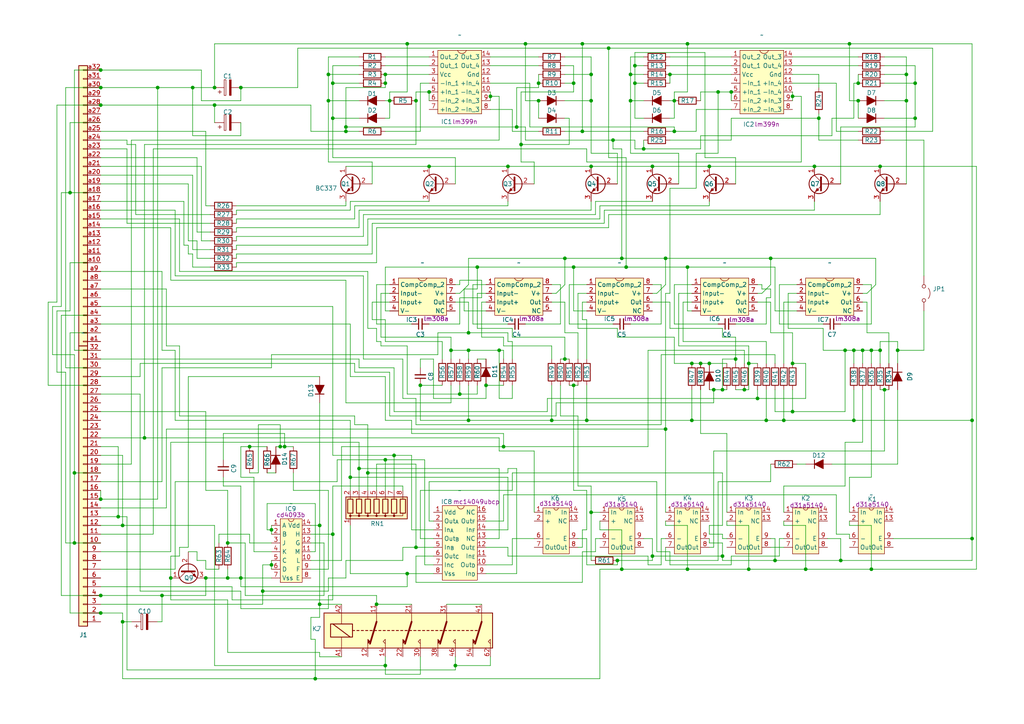
<source format=kicad_sch>
(kicad_sch (version 20231120) (generator "eeschema") (generator_version "8.0")
  (paper "A4")
  (title_block (title "HVC 110.240.5174") (company "Mattia's Software"))
  (junction (at 66.04 157.48))
  (junction (at 213.36 104.14))
  (junction (at 29.21 172.72))
  (junction (at 209.55 113.03))
  (junction (at 29.21 144.78))
  (junction (at 46.99 172.72))
  (junction (at 193.04 74.93))
  (junction (at 72.39 129.54))
  (junction (at 118.11 166.37))
  (junction (at 217.17 165.1))
  (junction (at 96.52 24.13))
  (junction (at 147.32 48.26))
  (junction (at 21.59 137.16))
  (junction (at 260.35 101.6))
  (junction (at 248.92 24.13))
  (junction (at 49.53 167.64))
  (junction (at 124.46 48.26))
  (junction (at 193.04 124.46))
  (junction (at 62.23 30.48))
  (junction (at 184.15 24.13))
  (junction (at 222.25 121.92))
  (junction (at 205.74 48.26))
  (junction (at 252.73 101.6))
  (junction (at 243.84 162.56))
  (junction (at 179.07 162.56))
  (junction (at 171.45 48.26))
  (junction (at 200.66 105.41))
  (junction (at 237.49 34.29))
  (junction (at 255.27 101.6))
  (junction (at 140.97 111.76))
  (junction (at 132.08 193.04))
  (junction (at 91.44 196.85))
  (junction (at 95.25 29.21))
  (junction (at 166.37 77.47))
  (junction (at 189.23 161.29))
  (junction (at 100.33 36.83))
  (junction (at 166.37 24.13))
  (junction (at 262.89 21.59))
  (junction (at 281.94 121.92))
  (junction (at 205.74 105.41))
  (junction (at 186.69 43.18))
  (junction (at 78.74 163.83))
  (junction (at 248.92 29.21))
  (junction (at 20.32 55.88))
  (junction (at 265.43 24.13))
  (junction (at 135.89 96.52))
  (junction (at 229.87 105.41))
  (junction (at 223.52 74.93))
  (junction (at 95.25 21.59))
  (junction (at 219.71 115.57))
  (junction (at 111.76 24.13))
  (junction (at 135.89 101.6))
  (junction (at 82.55 129.54))
  (junction (at 233.68 165.1))
  (junction (at 76.2 171.45))
  (junction (at 199.39 12.7))
  (junction (at 45.72 25.4))
  (junction (at 163.83 74.93))
  (junction (at 176.53 13.97))
  (junction (at 255.27 48.26))
  (junction (at 104.14 135.89))
  (junction (at 34.29 149.86))
  (junction (at 168.91 12.7))
  (junction (at 62.23 25.4))
  (junction (at 146.05 129.54))
  (junction (at 199.39 77.47))
  (junction (at 156.21 24.13))
  (junction (at 100.33 38.1))
  (junction (at 246.38 12.7))
  (junction (at 281.94 156.21))
  (junction (at 111.76 133.35))
  (junction (at 130.81 101.6))
  (junction (at 121.92 111.76))
  (junction (at 69.85 25.4))
  (junction (at 194.31 21.59))
  (junction (at 247.65 101.6))
  (junction (at 118.11 12.7))
  (junction (at 184.15 19.05))
  (junction (at 247.65 121.92))
  (junction (at 111.76 21.59))
  (junction (at 208.28 26.67))
  (junction (at 96.52 34.29))
  (junction (at 227.33 121.92))
  (junction (at 199.39 165.1))
  (junction (at 113.03 29.21))
  (junction (at 41.91 127))
  (junction (at 250.19 101.6))
  (junction (at 29.21 177.8))
  (junction (at 120.65 29.21))
  (junction (at 66.04 167.64))
  (junction (at 55.88 25.4))
  (junction (at 21.59 157.48))
  (junction (at 212.09 26.67))
  (junction (at 217.17 105.41))
  (junction (at 207.01 113.03))
  (junction (at 265.43 34.29))
  (junction (at 181.61 77.47))
  (junction (at 120.65 158.75))
  (junction (at 78.74 153.67))
  (junction (at 195.58 38.1))
  (junction (at 262.89 29.21))
  (junction (at 171.45 21.59))
  (junction (at 182.88 29.21))
  (junction (at 106.68 137.16))
  (junction (at 224.79 162.56))
  (junction (at 252.73 165.1))
  (junction (at 203.2 105.41))
  (junction (at 151.13 41.91))
  (junction (at 29.21 25.4))
  (junction (at 180.34 74.93))
  (junction (at 138.43 77.47))
  (junction (at 180.34 165.1))
  (junction (at 92.71 175.26))
  (junction (at 215.9 113.03))
  (junction (at 149.86 36.83))
  (junction (at 170.18 121.92))
  (junction (at 142.24 27.94))
  (junction (at 124.46 26.67))
  (junction (at 29.21 20.32))
  (junction (at 29.21 30.48))
  (junction (at 111.76 193.04))
  (junction (at 35.56 180.34))
  (junction (at 101.6 138.43))
  (junction (at 156.21 29.21))
  (junction (at 195.58 29.21))
  (junction (at 166.37 111.76))
  (junction (at 209.55 161.29))
  (junction (at 171.45 148.59))
  (junction (at 59.69 167.64))
  (junction (at 81.28 129.54))
  (junction (at 114.3 132.08))
  (junction (at 144.78 101.6))
  (junction (at 182.88 21.59))
  (junction (at 69.85 167.64))
  (junction (at 256.54 113.03))
  (junction (at 109.22 175.26))
  (junction (at 236.22 48.26))
  (junction (at 96.52 154.94))
  (junction (at 168.91 38.1))
  (junction (at 133.35 114.3))
  (junction (at 189.23 48.26))
  (junction (at 92.71 152.4))
  (junction (at 135.89 121.92))
  (junction (at 152.4 12.7))
  (junction (at 245.11 101.6))
  (junction (at 160.02 121.92))
  (junction (at 229.87 27.94))
  (junction (at 163.83 104.14))
  (junction (at 200.66 121.92))
  (junction (at 35.56 152.4))
  (junction (at 171.45 29.21))
  (junction (at 229.87 119.38))
  (junction (at 177.8 40.64))
  (bus_entry (at 251.46 85.09) (size 2.54 -2.54))
  (bus_entry (at 190.5 85.09) (size 2.54 -2.54))
  (bus_entry (at 161.29 85.09) (size 2.54 -2.54))
  (bus_entry (at 133.35 85.09) (size 2.54 -2.54))
  (bus_entry (at 220.98 85.09) (size 2.54 -2.54))
  (wire (pts (xy 177.8 93.98) (xy 165.1 93.98)))
  (wire (pts (xy 229.87 16.51) (xy 248.92 16.51)))
  (wire (pts (xy 135.89 87.63) (xy 132.08 87.63)))
  (wire (pts (xy 193.04 124.46) (xy 193.04 85.09)))
  (wire (pts (xy 247.65 34.29) (xy 247.65 24.13)))
  (wire (pts (xy 50.8 165.1) (xy 50.8 139.7)))
  (wire (pts (xy 29.21 66.04) (xy 49.53 66.04)))
  (wire (pts (xy 121.92 24.13) (xy 124.46 24.13)))
  (wire (pts (xy 195.58 38.1) (xy 201.93 38.1)))
  (wire (pts (xy 190.5 160.02) (xy 194.31 160.02)))
  (wire (pts (xy 57.15 67.31) (xy 57.15 45.72)))
  (wire (pts (xy 120.65 161.29) (xy 125.73 161.29)))
  (wire (pts (xy 68.58 63.5) (xy 68.58 64.77)))
  (wire (pts (xy 232.41 27.94) (xy 232.41 46.99)))
  (wire (pts (xy 135.89 96.52) (xy 127 96.52)))
  (wire (pts (xy 170.18 153.67) (xy 168.91 153.67)))
  (wire (pts (xy 252.73 138.43) (xy 246.38 138.43)))
  (wire (pts (xy 110.49 100.33) (xy 118.11 100.33)))
  (wire (pts (xy 144.78 156.21) (xy 140.97 156.21)))
  (wire (pts (xy 210.82 152.4) (xy 217.17 152.4)))
  (wire (pts (xy 52.07 100.33) (xy 52.07 120.65)))
  (wire (pts (xy 227.33 152.4) (xy 233.68 152.4)))
  (wire (pts (xy 255.27 48.26) (xy 283.21 48.26)))
  (wire (pts (xy 142.24 193.04) (xy 142.24 190.5)))
  (wire (pts (xy 57.15 45.72) (xy 29.21 45.72)))
  (wire (pts (xy 189.23 82.55) (xy 191.77 82.55)))
  (wire (pts (xy 262.89 16.51) (xy 262.89 21.59)))
  (wire (pts (xy 260.35 99.06) (xy 255.27 99.06)))
  (wire (pts (xy 111.76 25.4) (xy 111.76 24.13)))
  (wire (pts (xy 243.84 36.83) (xy 243.84 53.34)))
  (wire (pts (xy 125.73 115.57) (xy 125.73 104.14)))
  (wire (pts (xy 201.93 54.61) (xy 201.93 44.45)))
  (wire (pts (xy 111.76 38.1) (xy 121.92 38.1)))
  (wire (pts (xy 118.11 26.67) (xy 113.03 26.67)))
  (wire (pts (xy 229.87 27.94) (xy 229.87 29.21)))
  (wire (pts (xy 167.64 96.52) (xy 163.83 96.52)))
  (wire (pts (xy 68.58 76.2) (xy 68.58 77.47)))
  (wire (pts (xy 135.89 101.6) (xy 135.89 104.14)))
  (wire (pts (xy 101.6 138.43) (xy 147.32 138.43)))
  (wire (pts (xy 39.37 62.23) (xy 39.37 41.91)))
  (wire (pts (xy 19.05 157.48) (xy 19.05 107.95)))
  (wire (pts (xy 176.53 13.97) (xy 176.53 45.72)))
  (wire (pts (xy 142.24 16.51) (xy 156.21 16.51)))
  (wire (pts (xy 168.91 160.02) (xy 172.72 160.02)))
  (wire (pts (xy 114.3 132.08) (xy 96.52 132.08)))
  (wire (pts (xy 29.21 172.72) (xy 46.99 172.72)))
  (wire (pts (xy 252.73 101.6) (xy 255.27 101.6)))
  (wire (pts (xy 250.19 101.6) (xy 252.73 101.6)))
  (wire (pts (xy 247.65 101.6) (xy 245.11 101.6)))
  (wire (pts (xy 172.72 58.42) (xy 189.23 58.42)))
  (wire (pts (xy 111.76 90.17) (xy 113.03 90.17)))
  (wire (pts (xy 200.66 121.92) (xy 170.18 121.92)))
  (wire (pts (xy 209.55 104.14) (xy 209.55 113.03)))
  (wire (pts (xy 138.43 114.3) (xy 133.35 114.3)))
  (wire (pts (xy 170.18 111.76) (xy 170.18 121.92)))
  (wire (pts (xy 189.23 85.09) (xy 190.5 85.09)))
  (wire (pts (xy 184.15 15.24) (xy 184.15 19.05)))
  (wire (pts (xy 20.32 177.8) (xy 20.32 96.52)))
  (wire (pts (xy 168.91 92.71) (xy 170.18 92.71)))
  (wire (pts (xy 205.74 157.48) (xy 205.74 156.21)))
  (wire (pts (xy 140.97 163.83) (xy 148.59 163.83)))
  (wire (pts (xy 209.55 95.25) (xy 209.55 97.79)))
  (wire (pts (xy 82.55 125.73) (xy 82.55 129.54)))
  (wire (pts (xy 173.99 148.59) (xy 171.45 148.59)))
  (wire (pts (xy 156.21 25.4) (xy 149.86 25.4)))
  (wire (pts (xy 217.17 152.4) (xy 217.17 165.1)))
  (wire (pts (xy 181.61 77.47) (xy 166.37 77.47)))
  (wire (pts (xy 106.68 123.19) (xy 106.68 137.16)))
  (wire (pts (xy 190.5 139.7) (xy 190.5 160.02)))
  (wire (pts (xy 146.05 143.51) (xy 242.57 143.51)))
  (wire (pts (xy 81.28 129.54) (xy 82.55 129.54)))
  (wire (pts (xy 171.45 21.59) (xy 171.45 29.21)))
  (wire (pts (xy 50.8 121.92) (xy 101.6 121.92)))
  (wire (pts (xy 219.71 85.09) (xy 220.98 85.09)))
  (wire (pts (xy 107.95 92.71) (xy 107.95 87.63)))
  (wire (pts (xy 233.68 165.1) (xy 217.17 165.1)))
  (wire (pts (xy 193.04 151.13) (xy 193.04 152.4)))
  (wire (pts (xy 246.38 12.7) (xy 246.38 29.21)))
  (wire (pts (xy 246.38 29.21) (xy 248.92 29.21)))
  (wire (pts (xy 96.52 173.99) (xy 96.52 154.94)))
  (wire (pts (xy 201.93 44.45) (xy 208.28 44.45)))
  (wire (pts (xy 96.52 88.9) (xy 96.52 132.08)))
  (wire (pts (xy 29.21 142.24) (xy 29.21 144.78)))
  (wire (pts (xy 121.92 38.1) (xy 121.92 24.13)))
  (wire (pts (xy 17.78 91.44) (xy 17.78 172.72)))
  (wire (pts (xy 92.71 175.26) (xy 92.71 179.07)))
  (wire (pts (xy 166.37 77.47) (xy 138.43 77.47)))
  (wire (pts (xy 152.4 40.64) (xy 177.8 40.64)))
  (wire (pts (xy 35.56 132.08) (xy 29.21 132.08)))
  (wire (pts (xy 133.35 114.3) (xy 133.35 111.76)))
  (wire (pts (xy 229.87 105.41) (xy 229.87 96.52)))
  (wire (pts (xy 255.27 99.06) (xy 255.27 101.6)))
  (wire (pts (xy 21.59 137.16) (xy 21.59 157.48)))
  (wire (pts (xy 148.59 95.25) (xy 148.59 97.79)))
  (wire (pts (xy 166.37 24.13) (xy 166.37 19.05)))
  (wire (pts (xy 77.47 146.05) (xy 91.44 146.05)))
  (wire (pts (xy 77.47 153.67) (xy 77.47 146.05)))
  (wire (pts (xy 102.87 105.41) (xy 40.64 105.41)))
  (wire (pts (xy 66.04 189.23) (xy 92.71 189.23)))
  (wire (pts (xy 120.65 158.75) (xy 125.73 158.75)))
  (wire (pts (xy 236.22 60.96) (xy 236.22 58.42)))
  (wire (pts (xy 212.09 34.29) (xy 237.49 34.29)))
  (wire (pts (xy 161.29 120.65) (xy 113.03 120.65)))
  (wire (pts (xy 69.85 167.64) (xy 69.85 170.18)))
  (wire (pts (xy 231.14 87.63) (xy 227.33 87.63)))
  (wire (pts (xy 52.07 120.65) (xy 102.87 120.65)))
  (wire (pts (xy 265.43 36.83) (xy 243.84 36.83)))
  (wire (pts (xy 184.15 43.18) (xy 186.69 43.18)))
  (wire (pts (xy 66.04 157.48) (xy 71.12 157.48)))
  (wire (pts (xy 208.28 44.45) (xy 208.28 26.67)))
  (wire (pts (xy 226.06 156.21) (xy 226.06 161.29)))
  (wire (pts (xy 111.76 121.92) (xy 119.38 121.92)))
  (wire (pts (xy 68.58 73.66) (xy 68.58 74.93)))
  (wire (pts (xy 215.9 101.6) (xy 215.9 105.41)))
  (wire (pts (xy 49.53 160.02) (xy 49.53 128.27)))
  (wire (pts (xy 210.82 151.13) (xy 210.82 152.4)))
  (wire (pts (xy 135.89 74.93) (xy 163.83 74.93)))
  (wire (pts (xy 36.83 149.86) (xy 36.83 194.31)))
  (wire (pts (xy 106.68 71.12) (xy 106.68 63.5)))
  (wire (pts (xy 132.08 45.72) (xy 132.08 53.34)))
  (wire (pts (xy 182.88 21.59) (xy 186.69 21.59)))
  (wire (pts (xy 147.32 153.67) (xy 140.97 153.67)))
  (wire (pts (xy 166.37 26.67) (xy 166.37 24.13)))
  (wire (pts (xy 90.17 165.1) (xy 95.25 165.1)))
  (wire (pts (xy 106.68 63.5) (xy 173.99 63.5)))
  (wire (pts (xy 73.66 160.02) (xy 73.66 138.43)))
  (wire (pts (xy 237.49 34.29) (xy 237.49 33.02)))
  (wire (pts (xy 208.28 26.67) (xy 212.09 26.67)))
  (wire (pts (xy 104.14 128.27) (xy 104.14 135.89)))
  (wire (pts (xy 60.96 72.39) (xy 55.88 72.39)))
  (wire (pts (xy 133.35 81.28) (xy 133.35 82.55)))
  (wire (pts (xy 195.58 38.1) (xy 195.58 36.83)))
  (wire (pts (xy 198.12 99.06) (xy 198.12 87.63)))
  (wire (pts (xy 113.03 29.21) (xy 111.76 29.21)))
  (wire (pts (xy 34.29 149.86) (xy 36.83 149.86)))
  (wire (pts (xy 158.75 119.38) (xy 114.3 119.38)))
  (wire (pts (xy 194.31 54.61) (xy 201.93 54.61)))
  (wire (pts (xy 38.1 134.62) (xy 29.21 134.62)))
  (wire (pts (xy 92.71 116.84) (xy 92.71 152.4)))
  (wire (pts (xy 102.87 120.65) (xy 102.87 123.19)))
  (wire (pts (xy 172.72 62.23) (xy 172.72 58.42)))
  (wire (pts (xy 81.28 129.54) (xy 81.28 123.19)))
  (wire (pts (xy 105.41 62.23) (xy 172.72 62.23)))
  (wire (pts (xy 68.58 73.66) (xy 107.95 73.66)))
  (wire (pts (xy 205.74 113.03) (xy 207.01 113.03)))
  (wire (pts (xy 213.36 113.03) (xy 215.9 113.03)))
  (wire (pts (xy 233.68 152.4) (xy 233.68 165.1)))
  (wire (pts (xy 29.21 38.1) (xy 59.69 38.1)))
  (wire (pts (xy 69.85 129.54) (xy 72.39 129.54)))
  (wire (pts (xy 69.85 170.18) (xy 118.11 170.18)))
  (wire (pts (xy 149.86 25.4) (xy 149.86 36.83)))
  (wire (pts (xy 146.05 97.79) (xy 139.7 97.79)))
  (wire (pts (xy 101.6 121.92) (xy 101.6 138.43)))
  (wire (pts (xy 54.61 69.85) (xy 54.61 53.34)))
  (wire (pts (xy 260.35 134.62) (xy 260.35 113.03)))
  (wire (pts (xy 196.85 85.09) (xy 200.66 85.09)))
  (wire (pts (xy 134.62 83.82) (xy 138.43 83.82)))
  (wire (pts (xy 193.04 152.4) (xy 199.39 152.4)))
  (wire (pts (xy 252.73 93.98) (xy 252.73 82.55)))
  (wire (pts (xy 173.99 165.1) (xy 173.99 196.85)))
  (wire (pts (xy 124.46 48.26) (xy 147.32 48.26)))
  (wire (pts (xy 203.2 43.18) (xy 203.2 39.37)))
  (wire (pts (xy 77.47 137.16) (xy 80.01 137.16)))
  (wire (pts (xy 68.58 71.12) (xy 106.68 71.12)))
  (wire (pts (xy 208.28 139.7) (xy 223.52 139.7)))
  (wire (pts (xy 187.96 129.54) (xy 187.96 101.6)))
  (wire (pts (xy 54.61 160.02) (xy 57.15 160.02)))
  (wire (pts (xy 238.76 95.25) (xy 228.6 95.25)))
  (wire (pts (xy 245.11 119.38) (xy 245.11 101.6)))
  (wire (pts (xy 16.51 107.95) (xy 16.51 90.17)))
  (wire (pts (xy 142.24 27.94) (xy 144.78 27.94)))
  (wire (pts (xy 247.65 24.13) (xy 248.92 24.13)))
  (wire (pts (xy 200.66 105.41) (xy 203.2 105.41)))
  (wire (pts (xy 144.78 101.6) (xy 144.78 115.57)))
  (wire (pts (xy 78.74 152.4) (xy 78.74 153.67)))
  (wire (pts (xy 247.65 105.41) (xy 247.65 101.6)))
  (wire (pts (xy 212.09 161.29) (xy 212.09 163.83)))
  (wire (pts (xy 119.38 125.73) (xy 146.05 125.73)))
  (wire (pts (xy 144.78 27.94) (xy 144.78 40.64)))
  (wire (pts (xy 72.39 154.94) (xy 72.39 157.48)))
  (wire (pts (xy 120.65 29.21) (xy 120.65 41.91)))
  (wire (pts (xy 130.81 97.79) (xy 110.49 97.79)))
  (wire (pts (xy 57.15 160.02) (xy 57.15 162.56)))
  (wire (pts (xy 223.52 74.93) (xy 223.52 82.55)))
  (wire (pts (xy 20.32 96.52) (xy 29.21 96.52)))
  (wire (pts (xy 109.22 142.24) (xy 109.22 134.62)))
  (wire (pts (xy 58.42 20.32) (xy 58.42 29.21)))
  (wire (pts (xy 78.74 153.67) (xy 78.74 154.94)))
  (wire (pts (xy 114.3 119.38) (xy 114.3 106.68)))
  (wire (pts (xy 102.87 59.69) (xy 147.32 59.69)))
  (wire (pts (xy 92.71 189.23) (xy 92.71 190.5)))
  (wire (pts (xy 227.33 151.13) (xy 227.33 152.4)))
  (wire (pts (xy 176.53 13.97) (xy 270.51 13.97)))
  (wire (pts (xy 148.59 115.57) (xy 148.59 111.76)))
  (wire (pts (xy 100.33 162.56) (xy 100.33 167.64)))
  (wire (pts (xy 62.23 35.56) (xy 62.23 30.48)))
  (wire (pts (xy 104.14 106.68) (xy 104.14 104.14)))
  (wire (pts (xy 96.52 34.29) (xy 104.14 34.29)))
  (wire (pts (xy 201.93 31.75) (xy 212.09 31.75)))
  (wire (pts (xy 29.21 25.4) (xy 45.72 25.4)))
  (wire (pts (xy 106.68 137.16) (xy 147.32 137.16)))
  (wire (pts (xy 68.58 76.2) (xy 109.22 76.2)))
  (wire (pts (xy 50.8 80.01) (xy 50.8 60.96)))
  (wire (pts (xy 204.47 15.24) (xy 184.15 15.24)))
  (wire (pts (xy 226.06 82.55) (xy 231.14 82.55)))
  (wire (pts (xy 142.24 19.05) (xy 156.21 19.05)))
  (wire (pts (xy 124.46 151.13) (xy 125.73 151.13)))
  (wire (pts (xy 113.03 107.95) (xy 102.87 107.95)))
  (wire (pts (xy 29.21 137.16) (xy 21.59 137.16)))
  (wire (pts (xy 227.33 156.21) (xy 226.06 156.21)))
  (wire (pts (xy 147.32 59.69) (xy 147.32 58.42)))
  (wire (pts (xy 198.12 87.63) (xy 200.66 87.63)))
  (wire (pts (xy 195.58 82.55) (xy 200.66 82.55)))
  (wire (pts (xy 246.38 138.43) (xy 246.38 148.59)))
  (wire (pts (xy 46.99 101.6) (xy 50.8 101.6)))
  (wire (pts (xy 229.87 21.59) (xy 237.49 21.59)))
  (wire (pts (xy 165.1 82.55) (xy 170.18 82.55)))
  (wire (pts (xy 200.66 113.03) (xy 200.66 121.92)))
  (wire (pts (xy 29.21 175.26) (xy 76.2 175.26)))
  (wire (pts (xy 226.06 161.29) (xy 212.09 161.29)))
  (wire (pts (xy 91.44 146.05) (xy 91.44 160.02)))
  (wire (pts (xy 170.18 46.99) (xy 170.18 43.18)))
  (wire (pts (xy 20.32 90.17) (xy 20.32 76.2)))
  (wire (pts (xy 120.65 123.19) (xy 120.65 115.57)))
  (wire (pts (xy 29.21 91.44) (xy 17.78 91.44)))
  (wire (pts (xy 191.77 102.87) (xy 191.77 123.19)))
  (wire (pts (xy 148.59 38.1) (xy 156.21 38.1)))
  (wire (pts (xy 120.65 168.91) (xy 168.91 168.91)))
  (wire (pts (xy 153.67 36.83) (xy 153.67 24.13)))
  (wire (pts (xy 95.25 165.1) (xy 95.25 142.24)))
  (wire (pts (xy 191.77 163.83) (xy 191.77 156.21)))
  (wire (pts (xy 96.52 19.05) (xy 96.52 24.13)))
  (wire (pts (xy 104.14 104.14) (xy 29.21 104.14)))
  (wire (pts (xy 148.59 104.14) (xy 148.59 99.06)))
  (wire (pts (xy 223.52 158.75) (xy 227.33 158.75)))
  (wire (pts (xy 224.79 90.17) (xy 231.14 90.17)))
  (wire (pts (xy 82.55 129.54) (xy 85.09 129.54)))
  (wire (pts (xy 247.65 101.6) (xy 250.19 101.6)))
  (wire (pts (xy 100.33 116.84) (xy 130.81 116.84)))
  (wire (pts (xy 58.42 48.26) (xy 29.21 48.26)))
  (wire (pts (xy 209.55 97.79) (xy 213.36 97.79)))
  (wire (pts (xy 96.52 24.13) (xy 96.52 34.29)))
  (wire (pts (xy 106.68 78.74) (xy 106.68 95.25)))
  (wire (pts (xy 238.76 101.6) (xy 238.76 95.25)))
  (wire (pts (xy 36.83 194.31) (xy 132.08 194.31)))
  (wire (pts (xy 55.88 50.8) (xy 29.21 50.8)))
  (wire (pts (xy 35.56 196.85) (xy 91.44 196.85)))
  (wire (pts (xy 34.29 129.54) (xy 29.21 129.54)))
  (wire (pts (xy 147.32 93.98) (xy 137.16 93.98)))
  (wire (pts (xy 64.77 125.73) (xy 82.55 125.73)))
  (wire (pts (xy 227.33 113.03) (xy 227.33 121.92)))
  (wire (pts (xy 74.93 137.16) (xy 72.39 137.16)))
  (wire (pts (xy 90.17 154.94) (xy 96.52 154.94)))
  (wire (pts (xy 205.74 158.75) (xy 207.01 158.75)))
  (wire (pts (xy 101.6 58.42) (xy 124.46 58.42)))
  (wire (pts (xy 217.17 165.1) (xy 199.39 165.1)))
  (wire (pts (xy 168.91 153.67) (xy 168.91 158.75)))
  (wire (pts (xy 121.92 142.24) (xy 148.59 142.24)))
  (wire (pts (xy 163.83 21.59) (xy 171.45 21.59)))
  (wire (pts (xy 199.39 165.1) (xy 180.34 165.1)))
  (wire (pts (xy 265.43 24.13) (xy 265.43 34.29)))
  (wire (pts (xy 166.37 111.76) (xy 166.37 142.24)))
  (wire (pts (xy 223.52 87.63) (xy 219.71 87.63)))
  (wire (pts (xy 100.33 38.1) (xy 100.33 36.83)))
  (wire (pts (xy 111.76 77.47) (xy 111.76 90.17)))
  (wire (pts (xy 69.85 171.45) (xy 69.85 176.53)))
  (wire (pts (xy 69.85 138.43) (xy 69.85 129.54)))
  (wire (pts (xy 60.96 77.47) (xy 55.88 77.47)))
  (wire (pts (xy 241.3 134.62) (xy 260.35 134.62)))
  (wire (pts (xy 270.51 38.1) (xy 256.54 38.1)))
  (wire (pts (xy 210.82 125.73) (xy 203.2 125.73)))
  (wire (pts (xy 29.21 152.4) (xy 35.56 152.4)))
  (wire (pts (xy 283.21 48.26) (xy 283.21 165.1)))
  (wire (pts (xy 180.34 74.93) (xy 163.83 74.93)))
  (wire (pts (xy 95.25 29.21) (xy 95.25 46.99)))
  (wire (pts (xy 246.38 151.13) (xy 246.38 152.4)))
  (wire (pts (xy 133.35 82.55) (xy 132.08 82.55)))
  (wire (pts (xy 29.21 43.18) (xy 36.83 43.18)))
  (wire (pts (xy 229.87 26.67) (xy 229.87 27.94)))
  (wire (pts (xy 248.92 21.59) (xy 248.92 24.13)))
  (wire (pts (xy 229.87 96.52) (xy 223.52 96.52)))
  (wire (pts (xy 182.88 29.21) (xy 186.69 29.21)))
  (wire (pts (xy 167.64 95.25) (xy 179.07 95.25)))
  (wire (pts (xy 243.84 93.98) (xy 252.73 93.98)))
  (wire (pts (xy 170.18 142.24) (xy 170.18 153.67)))
  (wire (pts (xy 209.55 156.21) (xy 210.82 156.21)))
  (wire (pts (xy 203.2 105.41) (xy 205.74 105.41)))
  (wire (pts (xy 59.69 162.56) (xy 59.69 165.1)))
  (wire (pts (xy 246.38 154.94) (xy 246.38 156.21)))
  (wire (pts (xy 170.18 43.18) (xy 44.45 43.18)))
  (wire (pts (xy 146.05 129.54) (xy 187.96 129.54)))
  (wire (pts (xy 179.07 163.83) (xy 170.18 163.83)))
  (wire (pts (xy 256.54 113.03) (xy 257.81 113.03)))
  (wire (pts (xy 35.56 180.34) (xy 35.56 177.8)))
  (wire (pts (xy 224.79 77.47) (xy 224.79 90.17)))
  (wire (pts (xy 142.24 31.75) (xy 148.59 31.75)))
  (wire (pts (xy 203.2 39.37) (xy 241.3 39.37)))
  (wire (pts (xy 109.22 175.26) (xy 119.38 175.26)))
  (wire (pts (xy 162.56 93.98) (xy 162.56 82.55)))
  (wire (pts (xy 111.76 99.06) (xy 111.76 92.71)))
  (wire (pts (xy 109.22 66.04) (xy 176.53 66.04)))
  (wire (pts (xy 215.9 113.03) (xy 217.17 113.03)))
  (wire (pts (xy 180.34 165.1) (xy 173.99 165.1)))
  (wire (pts (xy 46.99 78.74) (xy 46.99 101.6)))
  (wire (pts (xy 138.43 85.09) (xy 138.43 95.25)))
  (wire (pts (xy 118.11 114.3) (xy 133.35 114.3)))
  (wire (pts (xy 267.97 40.64) (xy 267.97 80.01)))
  (wire (pts (xy 111.76 19.05) (xy 124.46 19.05)))
  (wire (pts (xy 40.64 114.3) (xy 40.64 171.45)))
  (wire (pts (xy 36.83 64.77) (xy 60.96 64.77)))
  (wire (pts (xy 237.49 21.59) (xy 237.49 25.4)))
  (wire (pts (xy 189.23 161.29) (xy 209.55 161.29)))
  (wire (pts (xy 182.88 93.98) (xy 191.77 93.98)))
  (wire (pts (xy 92.71 109.22) (xy 54.61 109.22)))
  (wire (pts (xy 144.78 115.57) (xy 148.59 115.57)))
  (wire (pts (xy 250.19 85.09) (xy 251.46 85.09)))
  (wire (pts (xy 107.95 46.99) (xy 107.95 53.34)))
  (wire (pts (xy 196.85 44.45) (xy 196.85 53.34)))
  (wire (pts (xy 250.19 105.41) (xy 250.19 101.6)))
  (wire (pts (xy 118.11 170.18) (xy 118.11 166.37)))
  (wire (pts (xy 252.73 82.55) (xy 250.19 82.55)))
  (wire (pts (xy 195.58 34.29) (xy 194.31 34.29)))
  (wire (pts (xy 49.53 128.27) (xy 104.14 128.27)))
  (wire (pts (xy 260.35 105.41) (xy 260.35 101.6)))
  (wire (pts (xy 35.56 180.34) (xy 38.1 180.34)))
  (wire (pts (xy 21.59 102.87) (xy 15.24 102.87)))
  (wire (pts (xy 144.78 40.64) (xy 38.1 40.64)))
  (wire (pts (xy 95.25 176.53) (xy 95.25 172.72)))
  (wire (pts (xy 55.88 25.4) (xy 55.88 39.37)))
  (wire (pts (xy 256.54 16.51) (xy 262.89 16.51)))
  (wire (pts (xy 146.05 151.13) (xy 146.05 143.51)))
  (wire (pts (xy 242.57 143.51) (xy 242.57 154.94)))
  (wire (pts (xy 158.75 115.57) (xy 158.75 119.38)))
  (wire (pts (xy 138.43 104.14) (xy 140.97 104.14)))
  (wire (pts (xy 100.33 48.26) (xy 124.46 48.26)))
  (wire (pts (xy 170.18 156.21) (xy 167.64 156.21)))
  (wire (pts (xy 204.47 45.72) (xy 204.47 15.24)))
  (wire (pts (xy 160.02 100.33) (xy 146.05 100.33)))
  (wire (pts (xy 148.59 31.75) (xy 148.59 38.1)))
  (wire (pts (xy 19.05 107.95) (xy 16.51 107.95)))
  (wire (pts (xy 168.91 38.1) (xy 168.91 12.7)))
  (wire (pts (xy 208.28 93.98) (xy 195.58 93.98)))
  (wire (pts (xy 68.58 60.96) (xy 101.6 60.96)))
  (wire (pts (xy 151.13 41.91) (xy 151.13 26.67)))
  (wire (pts (xy 17.78 172.72) (xy 29.21 172.72)))
  (wire (pts (xy 187.96 163.83) (xy 191.77 163.83)))
  (wire (pts (xy 60.96 67.31) (xy 57.15 67.31)))
  (wire (pts (xy 245.11 140.97) (xy 245.11 128.27)))
  (wire (pts (xy 114.3 132.08) (xy 119.38 132.08)))
  (wire (pts (xy 158.75 115.57) (xy 219.71 115.57)))
  (wire (pts (xy 200.66 105.41) (xy 195.58 105.41)))
  (wire (pts (xy 194.31 85.09) (xy 194.31 54.61)))
  (wire (pts (xy 102.87 123.19) (xy 106.68 123.19)))
  (wire (pts (xy 246.38 12.7) (xy 281.94 12.7)))
  (wire (pts (xy 142.24 27.94) (xy 142.24 29.21)))
  (wire (pts (xy 193.04 74.93) (xy 223.52 74.93)))
  (wire (pts (xy 116.84 140.97) (xy 116.84 142.24)))
  (wire (pts (xy 152.4 93.98) (xy 162.56 93.98)))
  (wire (pts (xy 120.65 26.67) (xy 124.46 26.67)))
  (wire (pts (xy 160.02 121.92) (xy 135.89 121.92)))
  (wire (pts (xy 100.33 59.69) (xy 100.33 58.42)))
  (wire (pts (xy 219.71 115.57) (xy 233.68 115.57)))
  (wire (pts (xy 29.21 106.68) (xy 19.05 106.68)))
  (wire (pts (xy 154.94 46.99) (xy 151.13 46.99)))
  (wire (pts (xy 119.38 132.08) (xy 119.38 153.67)))
  (wire (pts (xy 208.28 162.56) (xy 208.28 139.7)))
  (wire (pts (xy 46.99 139.7) (xy 29.21 139.7)))
  (wire (pts (xy 168.91 38.1) (xy 186.69 38.1)))
  (wire (pts (xy 135.89 101.6) (xy 144.78 101.6)))
  (wire (pts (xy 73.66 138.43) (xy 69.85 138.43)))
  (wire (pts (xy 66.04 167.64) (xy 69.85 167.64)))
  (wire (pts (xy 95.25 21.59) (xy 95.25 29.21)))
  (wire (pts (xy 101.6 152.4) (xy 101.6 166.37)))
  (wire (pts (xy 90.17 152.4) (xy 92.71 152.4)))
  (wire (pts (xy 257.81 105.41) (xy 257.81 96.52)))
  (wire (pts (xy 149.86 36.83) (xy 152.4 36.83)))
  (wire (pts (xy 163.83 87.63) (xy 160.02 87.63)))
  (wire (pts (xy 60.96 69.85) (xy 58.42 69.85)))
  (wire (pts (xy 59.69 142.24) (xy 59.69 119.38)))
  (wire (pts (xy 57.15 74.93) (xy 57.15 69.85)))
  (wire (pts (xy 223.52 96.52) (xy 223.52 87.63)))
  (wire (pts (xy 227.33 87.63) (xy 227.33 105.41)))
  (wire (pts (xy 113.03 29.21) (xy 113.03 34.29)))
  (wire (pts (xy 173.99 59.69) (xy 205.74 59.69)))
  (wire (pts (xy 229.87 113.03) (xy 229.87 119.38)))
  (wire (pts (xy 15.24 88.9) (xy 17.78 88.9)))
  (wire (pts (xy 193.04 158.75) (xy 193.04 162.56)))
  (wire (pts (xy 29.21 101.6) (xy 21.59 101.6)))
  (wire (pts (xy 262.89 29.21) (xy 256.54 29.21)))
  (wire (pts (xy 16.51 87.63) (xy 16.51 30.48)))
  (wire (pts (xy 194.31 16.51) (xy 212.09 16.51)))
  (wire (pts (xy 248.92 29.21) (xy 248.92 34.29)))
  (wire (pts (xy 168.91 12.7) (xy 199.39 12.7)))
  (wire (pts (xy 162.56 82.55) (xy 160.02 82.55)))
  (wire (pts (xy 71.12 157.48) (xy 71.12 172.72)))
  (wire (pts (xy 177.8 43.18) (xy 180.34 43.18)))
  (wire (pts (xy 245.11 101.6) (xy 238.76 101.6)))
  (wire (pts (xy 111.76 16.51) (xy 124.46 16.51)))
  (wire (pts (xy 281.94 12.7) (xy 281.94 121.92)))
  (wire (pts (xy 68.58 66.04) (xy 104.14 66.04)))
  (wire (pts (xy 146.05 100.33) (xy 146.05 97.79)))
  (wire (pts (xy 69.85 167.64) (xy 69.85 140.97)))
  (wire (pts (xy 68.58 66.04) (xy 68.58 67.31)))
  (wire (pts (xy 163.83 74.93) (xy 163.83 82.55)))
  (wire (pts (xy 144.78 130.81) (xy 144.78 127)))
  (wire (pts (xy 140.97 85.09) (xy 138.43 85.09)))
  (wire (pts (xy 246.38 152.4) (xy 252.73 152.4)))
  (wire (pts (xy 29.21 30.48) (xy 62.23 30.48)))
  (wire (pts (xy 242.57 38.1) (xy 248.92 38.1)))
  (wire (pts (xy 229.87 24.13) (xy 242.57 24.13)))
  (wire (pts (xy 191.77 123.19) (xy 120.65 123.19)))
  (wire (pts (xy 229.87 119.38) (xy 245.11 119.38)))
  (wire (pts (xy 130.81 101.6) (xy 135.89 101.6)))
  (wire (pts (xy 48.26 124.46) (xy 193.04 124.46)))
  (wire (pts (xy 179.07 44.45) (xy 179.07 53.34)))
  (wire (pts (xy 189.23 161.29) (xy 189.23 156.21)))
  (wire (pts (xy 59.69 167.64) (xy 66.04 167.64)))
  (wire (pts (xy 78.74 160.02) (xy 73.66 160.02)))
  (wire (pts (xy 91.44 196.85) (xy 173.99 196.85)))
  (wire (pts (xy 148.59 142.24) (xy 148.59 137.16)))
  (wire (pts (xy 217.17 105.41) (xy 219.71 105.41)))
  (wire (pts (xy 49.53 167.64) (xy 49.53 173.99)))
  (wire (pts (xy 86.36 25.4) (xy 86.36 13.97)))
  (wire (pts (xy 76.2 163.83) (xy 78.74 163.83)))
  (wire (pts (xy 58.42 29.21) (xy 69.85 29.21)))
  (wire (pts (xy 55.88 25.4) (xy 62.23 25.4)))
  (wire (pts (xy 181.61 45.72) (xy 181.61 77.47)))
  (wire (pts (xy 133.35 93.98) (xy 133.35 86.36)))
  (wire (pts (xy 217.17 113.03) (xy 217.17 105.41)))
  (wire (pts (xy 251.46 87.63) (xy 250.19 87.63)))
  (wire (pts (xy 248.92 40.64) (xy 237.49 40.64)))
  (wire (pts (xy 227.33 148.59) (xy 227.33 140.97)))
  (wire (pts (xy 228.6 95.25) (xy 228.6 85.09)))
  (wire (pts (xy 209.55 137.16) (xy 209.55 152.4)))
  (wire (pts (xy 130.81 101.6) (xy 130.81 97.79)))
  (wire (pts (xy 152.4 12.7) (xy 168.91 12.7)))
  (wire (pts (xy 116.84 104.14) (xy 105.41 104.14)))
  (wire (pts (xy 147.32 138.43) (xy 147.32 153.67)))
  (wire (pts (xy 52.07 78.74) (xy 106.68 78.74)))
  (wire (pts (xy 116.84 115.57) (xy 116.84 104.14)))
  (wire (pts (xy 130.81 104.14) (xy 130.81 101.6)))
  (wire (pts (xy 160.02 85.09) (xy 161.29 85.09)))
  (wire (pts (xy 176.53 62.23) (xy 255.27 62.23)))
  (wire (pts (xy 111.76 21.59) (xy 124.46 21.59)))
  (wire (pts (xy 153.67 24.13) (xy 142.24 24.13)))
  (wire (pts (xy 241.3 34.29) (xy 247.65 34.29)))
  (wire (pts (xy 20.32 55.88) (xy 29.21 55.88)))
  (wire (pts (xy 62.23 30.48) (xy 90.17 30.48)))
  (wire (pts (xy 49.53 66.04) (xy 49.53 81.28)))
  (wire (pts (xy 243.84 162.56) (xy 243.84 156.21)))
  (wire (pts (xy 223.52 139.7) (xy 223.52 134.62)))
  (wire (pts (xy 104.14 135.89) (xy 144.78 135.89)))
  (wire (pts (xy 91.44 160.02) (xy 90.17 160.02)))
  (wire (pts (xy 265.43 34.29) (xy 265.43 36.83)))
  (wire (pts (xy 125.73 156.21) (xy 121.92 156.21)))
  (wire (pts (xy 156.21 24.13) (xy 156.21 25.4)))
  (wire (pts (xy 166.37 111.76) (xy 167.64 111.76)))
  (wire (pts (xy 57.15 69.85) (xy 54.61 69.85)))
  (wire (pts (xy 260.35 101.6) (xy 260.35 99.06)))
  (wire (pts (xy 245.11 128.27) (xy 250.19 128.27)))
  (wire (pts (xy 167.64 120.65) (xy 167.64 140.97)))
  (wire (pts (xy 113.03 34.29) (xy 111.76 34.29)))
  (wire (pts (xy 167.64 140.97) (xy 171.45 140.97)))
  (wire (pts (xy 139.7 87.63) (xy 140.97 87.63)))
  (wire (pts (xy 36.83 40.64) (xy 29.21 40.64)))
  (wire (pts (xy 251.46 96.52) (xy 251.46 87.63)))
  (wire (pts (xy 212.09 40.64) (xy 212.09 34.29)))
  (wire (pts (xy 120.65 134.62) (xy 120.65 158.75)))
  (wire (pts (xy 54.61 158.75) (xy 52.07 158.75)))
  (wire (pts (xy 147.32 48.26) (xy 171.45 48.26)))
  (wire (pts (xy 59.69 59.69) (xy 60.96 59.69)))
  (wire (pts (xy 220.98 83.82) (xy 220.98 82.55)))
  (wire (pts (xy 62.23 193.04) (xy 111.76 193.04)))
  (wire (pts (xy 78.74 106.68) (xy 46.99 106.68)))
  (wire (pts (xy 265.43 19.05) (xy 265.43 24.13)))
  (wire (pts (xy 95.25 21.59) (xy 104.14 21.59)))
  (wire (pts (xy 21.59 157.48) (xy 19.05 157.48)))
  (wire (pts (xy 209.55 157.48) (xy 205.74 157.48)))
  (wire (pts (xy 229.87 19.05) (xy 248.92 19.05)))
  (wire (pts (xy 281.94 156.21) (xy 259.08 156.21)))
  (wire (pts (xy 260.35 101.6) (xy 267.97 101.6)))
  (wire (pts (xy 163.83 34.29) (xy 165.1 34.29)))
  (wire (pts (xy 100.33 167.64) (xy 95.25 167.64)))
  (wire (pts (xy 140.97 151.13) (xy 146.05 151.13)))
  (wire (pts (xy 222.25 113.03) (xy 222.25 121.92)))
  (wire (pts (xy 120.65 29.21) (xy 120.65 26.67)))
  (wire (pts (xy 166.37 142.24) (xy 170.18 142.24)))
  (wire (pts (xy 49.53 81.28) (xy 100.33 81.28)))
  (wire (pts (xy 92.71 175.26) (xy 99.06 175.26)))
  (wire (pts (xy 223.52 83.82) (xy 220.98 83.82)))
  (wire (pts (xy 66.04 167.64) (xy 66.04 165.1)))
  (wire (pts (xy 194.31 87.63) (xy 194.31 95.25)))
  (wire (pts (xy 187.96 101.6) (xy 215.9 101.6)))
  (wire (pts (xy 55.88 73.66) (xy 54.61 73.66)))
  (wire (pts (xy 71.12 172.72) (xy 93.98 172.72)))
  (wire (pts (xy 176.53 66.04) (xy 176.53 62.23)))
  (wire (pts (xy 165.1 111.76) (xy 166.37 111.76)))
  (wire (pts (xy 147.32 96.52) (xy 135.89 96.52)))
  (wire (pts (xy 138.43 111.76) (xy 138.43 114.3)))
  (wire (pts (xy 21.59 20.32) (xy 29.21 20.32)))
  (wire (pts (xy 213.36 93.98) (xy 222.25 93.98)))
  (wire (pts (xy 13.97 111.76) (xy 13.97 87.63)))
  (wire (pts (xy 29.21 157.48) (xy 21.59 157.48)))
  (wire (pts (xy 224.79 113.03) (xy 224.79 119.38)))
  (wire (pts (xy 171.45 60.96) (xy 171.45 58.42)))
  (wire (pts (xy 105.41 80.01) (xy 50.8 80.01)))
  (wire (pts (xy 205.74 152.4) (xy 205.74 154.94)))
  (wire (pts (xy 256.54 21.59) (xy 262.89 21.59)))
  (wire (pts (xy 207.01 113.03) (xy 207.01 116.84)))
  (wire (pts (xy 237.49 40.64) (xy 237.49 34.29)))
  (wire (pts (xy 186.69 40.64) (xy 186.69 43.18)))
  (wire (pts (xy 182.88 21.59) (xy 182.88 29.21)))
  (wire (pts (xy 139.7 81.28) (xy 133.35 81.28)))
  (wire (pts (xy 104.14 66.04) (xy 104.14 60.96)))
  (wire (pts (xy 222.25 121.92) (xy 200.66 121.92)))
  (wire (pts (xy 72.39 157.48) (xy 78.74 157.48)))
  (wire (pts (xy 59.69 165.1) (xy 63.5 165.1)))
  (wire (pts (xy 96.52 88.9) (xy 29.21 88.9)))
  (wire (pts (xy 55.88 77.47) (xy 55.88 73.66)))
  (wire (pts (xy 101.6 93.98) (xy 101.6 109.22)))
  (wire (pts (xy 148.59 163.83) (xy 148.59 156.21)))
  (wire (pts (xy 62.23 12.7) (xy 62.23 25.4)))
  (wire (pts (xy 262.89 29.21) (xy 262.89 53.34)))
  (wire (pts (xy 140.97 111.76) (xy 146.05 111.76)))
  (wire (pts (xy 36.83 41.91) (xy 36.83 40.64)))
  (wire (pts (xy 179.07 97.79) (xy 195.58 97.79)))
  (wire (pts (xy 110.49 97.79) (xy 110.49 85.09)))
  (wire (pts (xy 132.08 85.09) (xy 133.35 85.09)))
  (wire (pts (xy 255.27 62.23) (xy 255.27 58.42)))
  (wire (pts (xy 212.09 26.67) (xy 212.09 29.21)))
  (wire (pts (xy 205.74 48.26) (xy 236.22 48.26)))
  (wire (pts (xy 119.38 153.67) (xy 125.73 153.67)))
  (wire (pts (xy 101.6 166.37) (xy 118.11 166.37)))
  (wire (pts (xy 118.11 100.33) (xy 118.11 114.3)))
  (wire (pts (xy 165.1 93.98) (xy 165.1 82.55)))
  (wire (pts (xy 160.02 111.76) (xy 160.02 121.92)))
  (wire (pts (xy 90.17 185.42) (xy 91.44 185.42)))
  (wire (pts (xy 148.59 137.16) (xy 209.55 137.16)))
  (wire (pts (xy 107.95 64.77) (xy 175.26 64.77)))
  (wire (pts (xy 154.94 53.34) (xy 154.94 46.99)))
  (wire (pts (xy 148.59 99.06) (xy 147.32 99.06)))
  (wire (pts (xy 114.3 106.68) (xy 104.14 106.68)))
  (wire (pts (xy 199.39 152.4) (xy 199.39 165.1)))
  (wire (pts (xy 177.8 40.64) (xy 184.15 40.64)))
  (wire (pts (xy 120.65 115.57) (xy 116.84 115.57)))
  (wire (pts (xy 148.59 156.21) (xy 154.94 156.21)))
  (wire (pts (xy 95.25 29.21) (xy 104.14 29.21)))
  (wire (pts (xy 247.65 121.92) (xy 227.33 121.92)))
  (wire (pts (xy 93.98 157.48) (xy 90.17 157.48)))
  (wire (pts (xy 140.97 166.37) (xy 149.86 166.37)))
  (wire (pts (xy 194.31 40.64) (xy 212.09 40.64)))
  (wire (pts (xy 170.18 90.17) (xy 166.37 90.17)))
  (wire (pts (xy 114.3 142.24) (xy 114.3 132.08)))
  (wire (pts (xy 236.22 48.26) (xy 255.27 48.26)))
  (wire (pts (xy 121.92 111.76) (xy 128.27 111.76)))
  (wire (pts (xy 152.4 29.21) (xy 152.4 12.7)))
  (wire (pts (xy 254 74.93) (xy 254 82.55)))
  (wire (pts (xy 100.33 81.28) (xy 100.33 116.84)))
  (wire (pts (xy 270.51 13.97) (xy 270.51 38.1)))
  (wire (pts (xy 97.79 133.35) (xy 111.76 133.35)))
  (wire (pts (xy 222.25 86.36) (xy 223.52 86.36)))
  (wire (pts (xy 96.52 154.94) (xy 96.52 140.97)))
  (wire (pts (xy 21.59 101.6) (xy 21.59 20.32)))
  (wire (pts (xy 168.91 87.63) (xy 168.91 92.71)))
  (wire (pts (xy 165.1 34.29) (xy 165.1 41.91)))
  (wire (pts (xy 67.31 173.99) (xy 96.52 173.99)))
  (wire (pts (xy 128.27 104.14) (xy 128.27 99.06)))
  (wire (pts (xy 13.97 87.63) (xy 16.51 87.63)))
  (wire (pts (xy 38.1 40.64) (xy 38.1 134.62)))
  (wire (pts (xy 241.3 39.37) (xy 241.3 34.29)))
  (wire (pts (xy 92.71 179.07) (xy 90.17 179.07)))
  (wire (pts (xy 138.43 95.25) (xy 148.59 95.25)))
  (wire (pts (xy 105.41 104.14) (xy 105.41 80.01)))
  (wire (pts (xy 54.61 109.22) (xy 54.61 158.75)))
  (wire (pts (xy 217.17 105.41) (xy 217.17 100.33)))
  (wire (pts (xy 113.03 120.65) (xy 113.03 107.95)))
  (wire (pts (xy 224.79 156.21) (xy 223.52 156.21)))
  (wire (pts (xy 193.04 85.09) (xy 194.31 85.09)))
  (wire (pts (xy 180.34 153.67) (xy 180.34 165.1)))
  (wire (pts (xy 223.52 74.93) (xy 254 74.93)))
  (wire (pts (xy 96.52 24.13) (xy 104.14 24.13)))
  (wire (pts (xy 139.7 97.79) (xy 139.7 87.63)))
  (wire (pts (xy 156.21 21.59) (xy 156.21 24.13)))
  (wire (pts (xy 140.97 115.57) (xy 125.73 115.57)))
  (wire (pts (xy 125.73 104.14) (xy 121.92 104.14)))
  (wire (pts (xy 41.91 41.91) (xy 41.91 127)))
  (wire (pts (xy 203.2 29.21) (xy 203.2 26.67)))
  (wire (pts (xy 163.83 96.52) (xy 163.83 87.63)))
  (wire (pts (xy 175.26 64.77) (xy 175.26 60.96)))
  (wire (pts (xy 63.5 154.94) (xy 72.39 154.94)))
  (wire (pts (xy 171.45 148.59) (xy 171.45 162.56)))
  (wire (pts (xy 78.74 162.56) (xy 78.74 163.83)))
  (wire (pts (xy 195.58 97.79) (xy 195.58 105.41)))
  (wire (pts (xy 85.09 142.24) (xy 85.09 137.16)))
  (wire (pts (xy 135.89 111.76) (xy 135.89 121.92)))
  (wire (pts (xy 93.98 172.72) (xy 93.98 157.48)))
  (wire (pts (xy 69.85 167.64) (xy 78.74 167.64)))
  (wire (pts (xy 63.5 157.48) (xy 63.5 154.94)))
  (wire (pts (xy 49.53 167.64) (xy 49.53 161.29)))
  (wire (pts (xy 231.14 134.62) (xy 233.68 134.62)))
  (wire (pts (xy 64.77 140.97) (xy 64.77 138.43)))
  (wire (pts (xy 173.99 63.5) (xy 173.99 59.69)))
  (wire (pts (xy 172.72 156.21) (xy 173.99 156.21)))
  (wire (pts (xy 90.17 38.1) (xy 100.33 38.1)))
  (wire (pts (xy 29.21 165.1) (xy 50.8 165.1)))
  (wire (pts (xy 29.21 127) (xy 41.91 127)))
  (wire (pts (xy 222.25 93.98) (xy 222.25 86.36)))
  (wire (pts (xy 238.76 93.98) (xy 226.06 93.98)))
  (wire (pts (xy 184.15 24.13) (xy 186.69 24.13)))
  (wire (pts (xy 156.21 29.21) (xy 156.21 34.29)))
  (wire (pts (xy 180.34 74.93) (xy 193.04 74.93)))
  (wire (pts (xy 153.67 36.83) (xy 195.58 36.83)))
  (wire (pts (xy 78.74 102.87) (xy 78.74 106.68)))
  (wire (pts (xy 207.01 130.81) (xy 256.54 130.81)))
  (wire (pts (xy 130.81 116.84) (xy 130.81 111.76)))
  (wire (pts (xy 60.96 62.23) (xy 39.37 62.23)))
  (wire (pts (xy 59.69 167.64) (xy 59.69 172.72)))
  (wire (pts (xy 147.32 99.06) (xy 147.32 96.52)))
  (wire (pts (xy 161.29 116.84) (xy 161.29 120.65)))
  (wire (pts (xy 137.16 93.98) (xy 137.16 82.55)))
  (wire (pts (xy 138.43 83.82) (xy 138.43 77.47)))
  (wire (pts (xy 203.2 125.73) (xy 203.2 113.03)))
  (wire (pts (xy 111.76 133.35) (xy 123.19 133.35)))
  (wire (pts (xy 138.43 77.47) (xy 111.76 77.47)))
  (wire (pts (xy 124.46 93.98) (xy 133.35 93.98)))
  (wire (pts (xy 210.82 148.59) (xy 210.82 125.73)))
  (wire (pts (xy 219.71 113.03) (xy 219.71 115.57)))
  (wire (pts (xy 195.58 93.98) (xy 195.58 82.55)))
  (wire (pts (xy 124.46 139.7) (xy 190.5 139.7)))
  (wire (pts (xy 168.91 158.75) (xy 167.64 158.75)))
  (wire (pts (xy 16.51 90.17) (xy 20.32 90.17)))
  (wire (pts (xy 59.69 119.38) (xy 29.21 119.38)))
  (wire (pts (xy 106.68 137.16) (xy 106.68 142.24)))
  (wire (pts (xy 95.25 172.72) (xy 109.22 172.72)))
  (wire (pts (xy 139.7 86.36) (xy 139.7 81.28)))
  (wire (pts (xy 29.21 83.82) (xy 48.26 83.82)))
  (wire (pts (xy 163.83 104.14) (xy 165.1 104.14)))
  (wire (pts (xy 152.4 36.83) (xy 152.4 40.64)))
  (wire (pts (xy 194.31 21.59) (xy 212.09 21.59)))
  (wire (pts (xy 195.58 29.21) (xy 195.58 26.67)))
  (wire (pts (xy 48.26 147.32) (xy 48.26 124.46)))
  (wire (pts (xy 113.03 26.67) (xy 113.03 29.21)))
  (wire (pts (xy 195.58 29.21) (xy 194.31 29.21)))
  (wire (pts (xy 97.79 139.7) (xy 97.79 133.35)))
  (wire (pts (xy 195.58 26.67) (xy 199.39 26.67)))
  (wire (pts (xy 228.6 85.09) (xy 231.14 85.09)))
  (wire (pts (xy 59.69 38.1) (xy 59.69 59.69)))
  (wire (pts (xy 193.04 162.56) (xy 208.28 162.56)))
  (wire (pts (xy 76.2 163.83) (xy 76.2 171.45)))
  (wire (pts (xy 184.15 34.29) (xy 184.15 24.13)))
  (wire (pts (xy 167.64 85.09) (xy 170.18 85.09)))
  (wire (pts (xy 45.72 144.78) (xy 45.72 25.4)))
  (wire (pts (xy 92.71 190.5) (xy 99.06 190.5)))
  (wire (pts (xy 107.95 73.66) (xy 107.95 64.77)))
  (wire (pts (xy 252.73 152.4) (xy 252.73 165.1)))
  (wire (pts (xy 106.68 95.25) (xy 109.22 95.25)))
  (wire (pts (xy 95.25 16.51) (xy 95.25 21.59)))
  (wire (pts (xy 102.87 107.95) (xy 102.87 105.41)))
  (wire (pts (xy 29.21 177.8) (xy 35.56 177.8)))
  (wire (pts (xy 54.61 71.12) (xy 53.34 71.12)))
  (wire (pts (xy 144.78 135.89) (xy 144.78 156.21)))
  (wire (pts (xy 16.51 30.48) (xy 29.21 30.48)))
  (wire (pts (xy 196.85 100.33) (xy 196.85 85.09)))
  (wire (pts (xy 281.94 156.21) (xy 281.94 162.56)))
  (wire (pts (xy 96.52 140.97) (xy 116.84 140.97)))
  (wire (pts (xy 90.17 162.56) (xy 99.06 162.56)))
  (wire (pts (xy 193.04 74.93) (xy 193.04 82.55)))
  (wire (pts (xy 171.45 140.97) (xy 171.45 148.59)))
  (wire (pts (xy 170.18 92.71) (xy 170.18 104.14)))
  (wire (pts (xy 120.65 161.29) (xy 120.65 168.91)))
  (wire (pts (xy 53.34 71.12) (xy 53.34 58.42)))
  (wire (pts (xy 46.99 180.34) (xy 45.72 180.34)))
  (wire (pts (xy 171.45 44.45) (xy 179.07 44.45)))
  (wire (pts (xy 220.98 82.55) (xy 219.71 82.55)))
  (wire (pts (xy 29.21 147.32) (xy 48.26 147.32)))
  (wire (pts (xy 111.76 193.04) (xy 111.76 195.58)))
  (wire (pts (xy 20.32 35.56) (xy 20.32 55.88)))
  (wire (pts (xy 118.11 166.37) (xy 125.73 166.37)))
  (wire (pts (xy 177.8 40.64) (xy 177.8 43.18)))
  (wire (pts (xy 90.17 179.07) (xy 90.17 185.42)))
  (wire (pts (xy 205.74 105.41) (xy 210.82 105.41)))
  (wire (pts (xy 107.95 87.63) (xy 113.03 87.63)))
  (wire (pts (xy 179.07 162.56) (xy 189.23 162.56)))
  (wire (pts (xy 154.94 130.81) (xy 144.78 130.81)))
  (wire (pts (xy 180.34 43.18) (xy 180.34 74.93)))
  (wire (pts (xy 160.02 104.14) (xy 160.02 100.33)))
  (wire (pts (xy 217.17 100.33) (xy 196.85 100.33)))
  (wire (pts (xy 35.56 152.4) (xy 35.56 132.08)))
  (wire (pts (xy 50.8 139.7) (xy 97.79 139.7)))
  (wire (pts (xy 227.33 140.97) (xy 245.11 140.97)))
  (wire (pts (xy 44.45 43.18) (xy 44.45 154.94)))
  (wire (pts (xy 187.96 161.29) (xy 187.96 163.83)))
  (wire (pts (xy 199.39 77.47) (xy 199.39 90.17)))
  (wire (pts (xy 252.73 165.1) (xy 233.68 165.1)))
  (wire (pts (xy 29.21 114.3) (xy 40.64 114.3)))
  (wire (pts (xy 176.53 45.72) (xy 181.61 45.72)))
  (wire (pts (xy 163.83 16.51) (xy 171.45 16.51)))
  (wire (pts (xy 224.79 162.56) (xy 224.79 156.21)))
  (wire (pts (xy 111.76 92.71) (xy 107.95 92.71)))
  (wire (pts (xy 205.74 154.94) (xy 209.55 154.94)))
  (wire (pts (xy 29.21 93.98) (xy 101.6 93.98)))
  (wire (pts (xy 207.01 113.03) (xy 209.55 113.03)))
  (wire (pts (xy 222.25 105.41) (xy 222.25 99.06)))
  (wire (pts (xy 46.99 172.72) (xy 46.99 180.34)))
  (wire (pts (xy 147.32 161.29) (xy 187.96 161.29)))
  (wire (pts (xy 151.13 46.99) (xy 151.13 41.91)))
  (wire (pts (xy 121.92 104.14) (xy 121.92 106.68)))
  (wire (pts (xy 194.31 95.25) (xy 209.55 95.25)))
  (wire (pts (xy 20.32 76.2) (xy 29.21 76.2)))
  (wire (pts (xy 227.33 121.92) (xy 222.25 121.92)))
  (wire (pts (xy 91.44 185.42) (xy 91.44 196.85)))
  (wire (pts (xy 229.87 27.94) (xy 232.41 27.94)))
  (wire (pts (xy 170.18 121.92) (xy 160.02 121.92)))
  (wire (pts (xy 213.36 97.79) (xy 213.36 104.14)))
  (wire (pts (xy 102.87 63.5) (xy 102.87 59.69)))
  (wire (pts (xy 213.36 104.14) (xy 213.36 105.41)))
  (wire (pts (xy 109.22 99.06) (xy 110.49 99.06)))
  (wire (pts (xy 173.99 151.13) (xy 173.99 153.67)))
  (wire (pts (xy 252.73 113.03) (xy 252.73 138.43)))
  (wire (pts (xy 64.77 133.35) (xy 64.77 125.73)))
  (wire (pts (xy 191.77 156.21) (xy 193.04 156.21)))
  (wire (pts (xy 186.69 43.18) (xy 203.2 43.18)))
  (wire (pts (xy 104.14 60.96) (xy 171.45 60.96)))
  (wire (pts (xy 142.24 26.67) (xy 142.24 27.94)))
  (wire (pts (xy 52.07 161.29) (xy 52.07 158.75)))
  (wire (pts (xy 29.21 63.5) (xy 52.07 63.5)))
  (wire (pts (xy 171.45 16.51) (xy 171.45 21.59)))
  (wire (pts (xy 81.28 123.19) (xy 74.93 123.19)))
  (wire (pts (xy 50.8 60.96) (xy 29.21 60.96)))
  (wire (pts (xy 99.06 129.54) (xy 146.05 129.54)))
  (wire (pts (xy 69.85 29.21) (xy 69.85 25.4)))
  (wire (pts (xy 281.94 121.92) (xy 247.65 121.92)))
  (wire (pts (xy 68.58 59.69) (xy 100.33 59.69)))
  (wire (pts (xy 62.23 12.7) (xy 118.11 12.7)))
  (wire (pts (xy 168.91 168.91) (xy 168.91 160.02)))
  (wire (pts (xy 250.19 128.27) (xy 250.19 113.03)))
  (wire (pts (xy 100.33 36.83) (xy 149.86 36.83)))
  (wire (pts (xy 69.85 25.4) (xy 86.36 25.4)))
  (wire (pts (xy 132.08 193.04) (xy 142.24 193.04)))
  (wire (pts (xy 95.25 16.51) (xy 104.14 16.51)))
  (wire (pts (xy 109.22 93.98) (xy 109.22 82.55)))
  (wire (pts (xy 132.08 190.5) (xy 132.08 193.04)))
  (wire (pts (xy 128.27 99.06) (xy 111.76 99.06)))
  (wire (pts (xy 110.49 99.06) (xy 110.49 100.33)))
  (wire (pts (xy 46.99 106.68) (xy 46.99 139.7)))
  (wire (pts (xy 204.47 45.72) (xy 213.36 45.72)))
  (wire (pts (xy 224.79 102.87) (xy 191.77 102.87)))
  (wire (pts (xy 281.94 162.56) (xy 243.84 162.56)))
  (wire (pts (xy 68.58 71.12) (xy 68.58 72.39)))
  (wire (pts (xy 173.99 153.67) (xy 180.34 153.67)))
  (wire (pts (xy 100.33 25.4) (xy 111.76 25.4)))
  (wire (pts (xy 69.85 140.97) (xy 64.77 140.97)))
  (wire (pts (xy 166.37 19.05) (xy 163.83 19.05)))
  (wire (pts (xy 35.56 196.85) (xy 35.56 180.34)))
  (wire (pts (xy 109.22 76.2) (xy 109.22 66.04)))
  (wire (pts (xy 100.33 36.83) (xy 100.33 25.4)))
  (wire (pts (xy 281.94 121.92) (xy 281.94 156.21)))
  (wire (pts (xy 68.58 68.58) (xy 105.41 68.58)))
  (wire (pts (xy 257.81 96.52) (xy 251.46 96.52)))
  (wire (pts (xy 209.55 161.29) (xy 209.55 157.48)))
  (wire (pts (xy 62.23 152.4) (xy 62.23 193.04)))
  (wire (pts (xy 111.76 142.24) (xy 111.76 133.35)))
  (wire (pts (xy 104.14 19.05) (xy 96.52 19.05)))
  (wire (pts (xy 163.83 97.79) (xy 163.83 104.14)))
  (wire (pts (xy 256.54 40.64) (xy 267.97 40.64)))
  (wire (pts (xy 199.39 12.7) (xy 246.38 12.7)))
  (wire (pts (xy 109.22 82.55) (xy 113.03 82.55)))
  (wire (pts (xy 199.39 77.47) (xy 224.79 77.47)))
  (wire (pts (xy 118.11 12.7) (xy 152.4 12.7)))
  (wire (pts (xy 62.23 152.4) (xy 35.56 152.4)))
  (wire (pts (xy 78.74 163.83) (xy 78.74 165.1)))
  (wire (pts (xy 147.32 161.29) (xy 147.32 158.75)))
  (wire (pts (xy 69.85 176.53) (xy 95.25 176.53)))
  (wire (pts (xy 132.08 194.31) (xy 132.08 193.04)))
  (wire (pts (xy 80.01 129.54) (xy 81.28 129.54)))
  (wire (pts (xy 100.33 38.1) (xy 104.14 38.1)))
  (wire (pts (xy 127 96.52) (xy 127 102.87)))
  (wire (pts (xy 209.55 113.03) (xy 210.82 113.03)))
  (wire (pts (xy 242.57 24.13) (xy 242.57 38.1)))
  (wire (pts (xy 163.83 38.1) (xy 168.91 38.1)))
  (wire (pts (xy 135.89 74.93) (xy 135.89 82.55)))
  (wire (pts (xy 233.68 105.41) (xy 229.87 105.41)))
  (wire (pts (xy 140.97 111.76) (xy 140.97 115.57)))
  (wire (pts (xy 19.05 25.4) (xy 29.21 25.4)))
  (wire (pts (xy 165.1 41.91) (xy 151.13 41.91)))
  (wire (pts (xy 68.58 60.96) (xy 68.58 62.23)))
  (wire (pts (xy 66.04 173.99) (xy 66.04 189.23)))
  (wire (pts (xy 182.88 16.51) (xy 182.88 21.59)))
  (wire (pts (xy 40.64 171.45) (xy 69.85 171.45)))
  (wire (pts (xy 199.39 26.67) (xy 199.39 12.7)))
  (wire (pts (xy 200.66 90.17) (xy 199.39 90.17)))
  (wire (pts (xy 101.6 142.24) (xy 101.6 138.43)))
  (wire (pts (xy 189.23 156.21) (xy 186.69 156.21)))
  (wire (pts (xy 119.38 121.92) (xy 119.38 125.73)))
  (wire (pts (xy 256.54 19.05) (xy 265.43 19.05)))
  (wire (pts (xy 154.94 148.59) (xy 154.94 130.81)))
  (wire (pts (xy 172.72 160.02) (xy 172.72 156.21)))
  (wire (pts (xy 189.23 162.56) (xy 189.23 161.29)))
  (wire (pts (xy 48.26 100.33) (xy 52.07 100.33)))
  (wire (pts (xy 193.04 148.59) (xy 193.04 124.46)))
  (wire (pts (xy 144.78 101.6) (xy 146.05 101.6)))
  (wire (pts (xy 41.91 127) (xy 144.78 127)))
  (wire (pts (xy 243.84 156.21) (xy 240.03 156.21)))
  (wire (pts (xy 255.27 105.41) (xy 255.27 101.6)))
  (wire (pts (xy 224.79 162.56) (xy 209.55 162.56)))
  (wire (pts (xy 207.01 158.75) (xy 207.01 130.81)))
  (wire (pts (xy 29.21 160.02) (xy 49.53 160.02)))
  (wire (pts (xy 21.59 137.16) (xy 21.59 102.87)))
  (wire (pts (xy 182.88 44.45) (xy 196.85 44.45)))
  (wire (pts (xy 29.21 35.56) (xy 20.32 35.56)))
  (wire (pts (xy 110.49 85.09) (xy 113.03 85.09)))
  (wire (pts (xy 116.84 158.75) (xy 120.65 158.75)))
  (wire (pts (xy 57.15 162.56) (xy 59.69 162.56)))
  (wire (pts (xy 69.85 35.56) (xy 69.85 39.37)))
  (wire (pts (xy 96.52 34.29) (xy 96.52 45.72)))
  (wire (pts (xy 123.19 133.35) (xy 123.19 163.83)))
  (wire (pts (xy 147.32 158.75) (xy 140.97 158.75)))
  (wire (pts (xy 167.64 104.14) (xy 167.64 96.52)))
  (wire (pts (xy 58.42 69.85) (xy 58.42 48.26)))
  (wire (pts (xy 68.58 68.58) (xy 68.58 69.85)))
  (wire (pts (xy 171.45 29.21) (xy 171.45 44.45)))
  (wire (pts (xy 72.39 129.54) (xy 77.47 129.54)))
  (wire (pts (xy 179.07 162.56) (xy 179.07 163.83)))
  (wire (pts (xy 123.19 163.83) (xy 125.73 163.83)))
  (wire (pts (xy 59.69 142.24) (xy 66.04 142.24)))
  (wire (pts (xy 29.21 144.78) (xy 45.72 144.78)))
  (wire (pts (xy 201.93 38.1) (xy 201.93 31.75)))
  (wire (pts (xy 156.21 29.21) (xy 152.4 29.21)))
  (wire (pts (xy 99.06 162.56) (xy 99.06 129.54)))
  (wire (pts (xy 109.22 134.62) (xy 120.65 134.62)))
  (wire (pts (xy 212.09 163.83) (xy 194.31 163.83)))
  (wire (pts (xy 76.2 171.45) (xy 95.25 171.45)))
  (wire (pts (xy 111.76 109.22) (xy 111.76 121.92)))
  (wire (pts (xy 189.23 87.63) (xy 194.31 87.63)))
  (wire (pts (xy 17.78 55.88) (xy 20.32 55.88)))
  (wire (pts (xy 40.64 105.41) (xy 40.64 109.22)))
  (wire (pts (xy 46.99 172.72) (xy 59.69 172.72)))
  (wire (pts (xy 55.88 72.39) (xy 55.88 50.8)))
  (wire (pts (xy 95.25 142.24) (xy 85.09 142.24)))
  (wire (pts (xy 135.89 96.52) (xy 135.89 87.63)))
  (wire (pts (xy 149.86 135.89) (xy 149.86 166.37)))
  (wire (pts (xy 40.64 109.22) (xy 29.21 109.22)))
  (wire (pts (xy 184.15 19.05) (xy 184.15 24.13)))
  (wire (pts (xy 52.07 63.5) (xy 52.07 78.74)))
  (wire (pts (xy 205.74 59.69) (xy 205.74 58.42)))
  (wire (pts (xy 74.93 123.19) (xy 74.93 137.16)))
  (wire (pts (xy 166.37 90.17) (xy 166.37 77.47)))
  (wire (pts (xy 170.18 87.63) (xy 168.91 87.63)))
  (wire (pts (xy 256.54 34.29) (xy 265.43 34.29)))
  (wire (pts (xy 207.01 116.84) (xy 161.29 116.84)))
  (wire (pts (xy 247.65 113.03) (xy 247.65 121.92)))
  (wire (pts (xy 163.83 29.21) (xy 171.45 29.21)))
  (wire (pts (xy 195.58 29.21) (xy 195.58 34.29)))
  (wire (pts (xy 69.85 39.37) (xy 55.88 39.37)))
  (wire (pts (xy 175.26 60.96) (xy 236.22 60.96)))
  (wire (pts (xy 194.31 163.83) (xy 194.31 160.02)))
  (wire (pts (xy 95.25 46.99) (xy 107.95 46.99)))
  (wire (pts (xy 252.73 105.41) (xy 252.73 101.6)))
  (wire (pts (xy 39.37 41.91) (xy 36.83 41.91)))
  (wire (pts (xy 20.32 177.8) (xy 29.21 177.8)))
  (wire (pts (xy 105.41 68.58) (xy 105.41 62.23)))
  (wire (pts (xy 255.27 113.03) (xy 256.54 113.03)))
  (wire (pts (xy 140.97 90.17) (xy 134.62 90.17)))
  (wire (pts (xy 170.18 163.83) (xy 170.18 156.21)))
  (wire (pts (xy 209.55 162.56) (xy 209.55 161.29)))
  (wire (pts (xy 121.92 121.92) (xy 121.92 111.76)))
  (wire (pts (xy 256.54 24.13) (xy 265.43 24.13)))
  (wire (pts (xy 224.79 119.38) (xy 229.87 119.38)))
  (wire (pts (xy 15.24 102.87) (xy 15.24 88.9)))
  (wire (pts (xy 44.45 154.94) (xy 29.21 154.94)))
  (wire (pts (xy 134.62 90.17) (xy 134.62 83.82)))
  (wire (pts (xy 53.34 58.42) (xy 29.21 58.42)))
  (wire (pts (xy 224.79 105.41) (xy 224.79 102.87)))
  (wire (pts (xy 162.56 120.65) (xy 167.64 120.65)))
  (wire (pts (xy 19.05 106.68) (xy 19.05 25.4)))
  (wire (pts (xy 121.92 156.21) (xy 121.92 142.24)))
  (wire (pts (xy 116.84 162.56) (xy 100.33 162.56)))
  (wire (pts (xy 147.32 135.89) (xy 149.86 135.89)))
  (wire (pts (xy 111.76 190.5) (xy 111.76 193.04)))
  (wire (pts (xy 262.89 21.59) (xy 262.89 29.21)))
  (wire (pts (xy 109.22 172.72) (xy 109.22 175.26)))
  (wire (pts (xy 36.83 43.18) (xy 36.83 64.77)))
  (wire (pts (xy 203.2 26.67) (xy 208.28 26.67)))
  (wire (pts (xy 189.23 48.26) (xy 205.74 48.26)))
  (wire (pts (xy 179.07 95.25) (xy 179.07 97.79)))
  (wire (pts (xy 186.69 16.51) (xy 182.88 16.51)))
  (wire (pts (xy 116.84 162.56) (xy 116.84 158.75)))
  (wire (pts (xy 48.26 83.82) (xy 48.26 100.33)))
  (wire (pts (xy 120.65 41.91) (xy 41.91 41.91)))
  (wire (pts (xy 66.04 157.48) (xy 66.04 142.24)))
  (wire (pts (xy 76.2 171.45) (xy 76.2 175.26)))
  (wire (pts (xy 147.32 137.16) (xy 147.32 135.89)))
  (wire (pts (xy 118.11 12.7) (xy 118.11 26.67)))
  (wire (pts (xy 111.76 195.58) (xy 121.92 195.58)))
  (wire (pts (xy 162.56 111.76) (xy 162.56 120.65)))
  (wire (pts (xy 146.05 125.73) (xy 146.05 129.54)))
  (wire (pts (xy 121.92 195.58) (xy 121.92 190.5)))
  (wire (pts (xy 119.38 93.98) (xy 109.22 93.98)))
  (wire (pts (xy 45.72 25.4) (xy 55.88 25.4)))
  (wire (pts (xy 17.78 88.9) (xy 17.78 55.88)))
  (wire (pts (xy 181.61 77.47) (xy 199.39 77.47)))
  (wire (pts (xy 101.6 60.96) (xy 101.6 58.42)))
  (wire (pts (xy 148.59 97.79) (xy 163.83 97.79)))
  (wire (pts (xy 29.21 20.32) (xy 58.42 20.32)))
  (wire (pts (xy 50.8 101.6) (xy 50.8 121.92)))
  (wire (pts (xy 194.31 19.05) (xy 212.09 19.05)))
  (wire (pts (xy 67.31 170.18) (xy 67.31 173.99)))
  (wire (pts (xy 78.74 153.67) (xy 77.47 153.67)))
  (wire (pts (xy 232.41 46.99) (xy 170.18 46.99)))
  (wire (pts (xy 95.25 167.64) (xy 95.25 171.45)))
  (wire (pts (xy 184.15 40.64) (xy 184.15 43.18)))
  (wire (pts (xy 49.53 161.29) (xy 52.07 161.29)))
  (wire (pts (xy 162.56 104.14) (xy 163.83 104.14)))
  (wire (pts (xy 29.21 111.76) (xy 13.97 111.76)))
  (wire (pts (xy 49.53 173.99) (xy 66.04 173.99)))
  (wire (pts (xy 104.14 142.24) (xy 104.14 135.89)))
  (wire (pts (xy 124.46 26.67) (xy 124.46 29.21)))
  (wire (pts (xy 186.69 19.05) (xy 184.15 19.05)))
  (wire (pts (xy 256.54 130.81) (xy 256.54 113.03)))
  (wire (pts (xy 127 102.87) (xy 78.74 102.87)))
  (wire (pts (xy 109.22 95.25) (xy 109.22 99.06)))
  (wire (pts (xy 68.58 63.5) (xy 102.87 63.5)))
  (wire (pts (xy 194.31 38.1) (xy 195.58 38.1)))
  (wire (pts (xy 222.25 99.06) (xy 198.12 99.06)))
  (wire (pts (xy 54.61 53.34) (xy 29.21 53.34)))
  (wire (pts (xy 283.21 165.1) (xy 252.73 165.1)))
  (wire (pts (xy 60.96 74.93) (xy 57.15 74.93)))
  (wire (pts (xy 29.21 78.74) (xy 46.99 78.74)))
  (wire (pts (xy 191.77 93.98) (xy 191.77 82.55)))
  (wire (pts (xy 182.88 29.21) (xy 182.88 44.45)))
  (wire (pts (xy 29.21 149.86) (xy 34.29 149.86)))
  (wire (pts (xy 86.36 13.97) (xy 176.53 13.97)))
  (wire (pts (xy 135.89 121.92) (xy 121.92 121.92)))
  (wire (pts (xy 146.05 101.6) (xy 146.05 104.14)))
  (wire (pts (xy 226.06 93.98) (xy 226.06 82.55)))
  (wire (pts (xy 111.76 21.59) (xy 111.76 24.13)))
  (wire (pts (xy 90.17 30.48) (xy 90.17 38.1)))
  (wire (pts (xy 92.71 152.4) (xy 92.71 175.26)))
  (wire (pts (xy 133.35 86.36) (xy 139.7 86.36)))
  (wire (pts (xy 223.52 86.36) (xy 223.52 83.82)))
  (wire (pts (xy 209.55 152.4) (xy 205.74 152.4)))
  (wire (pts (xy 194.31 21.59) (xy 194.31 24.13)))
  (wire (pts (xy 34.29 149.86) (xy 34.29 129.54)))
  (wire (pts (xy 54.61 73.66) (xy 54.61 71.12)))
  (wire (pts (xy 186.69 34.29) (xy 184.15 34.29)))
  (wire (pts (xy 209.55 104.14) (xy 213.36 104.14)))
  (wire (pts (xy 171.45 48.26) (xy 189.23 48.26)))
  (wire (pts (xy 29.21 170.18) (xy 67.31 170.18)))
  (wire (pts (xy 209.55 154.94) (xy 209.55 156.21)))
  (wire (pts (xy 96.52 45.72) (xy 132.08 45.72)))
  (wire (pts (xy 124.46 139.7) (xy 124.46 151.13)))
  (wire (pts (xy 267.97 90.17) (xy 267.97 101.6)))
  (wire (pts (xy 163.83 24.13) (xy 166.37 24.13)))
  (wire (pts (xy 137.16 82.55) (xy 140.97 82.55)))
  (wire (pts (xy 213.36 45.72) (xy 213.36 53.34)))
  (wire (pts (xy 151.13 26.67) (xy 166.37 26.67)))
  (wire (pts (xy 129.54 175.26) (xy 139.7 175.26)))
  (wire (pts (xy 242.57 154.94) (xy 246.38 154.94)))
  (wire (pts (xy 243.84 162.56) (xy 224.79 162.56)))
  (wire (pts (xy 101.6 109.22) (xy 111.76 109.22)))
  (wire (pts (xy 167.64 95.25) (xy 167.64 85.09)))
  (wire (pts (xy 233.68 115.57) (xy 233.68 105.41)))
  (symbol (lib_id "Device:R") (at 252.73 16.51 90) (unit 1)
    (property "Reference" "R18" (at 252.73 16.51 90))
    (property "Value" "R" (effects (hide yes)))
    (property "Description" "Resistor" (effects (hide yes)))
  )
  (symbol (lib_id "Device:R") (at 64.77 59.69 90) (unit 1)
    (property "Reference" "R26" (at 64.77 59.69 90))
    (property "Value" "R" (effects (hide yes)))
    (property "Description" "Resistor" (effects (hide yes)))
  )
  (symbol (lib_id "Device:R") (at 247.65 109.22 0) (unit 1)
    (property "Reference" "R38" (at 247.65 109.22 90))
    (property "Value" "R" (effects (hide yes)))
    (property "Description" "Resistor" (effects (hide yes)))
  )
  (symbol (lib_id "Transistor_BJT:BC337") (at 127 53.34 0) (mirror y) (unit 1)
    (property "Reference" "Q2" (at 125.984 53.34 0) (effects (justify left)))
    (property "Value" "BC337" (effects (hide yes)))
    (property "Footprint" "Package_TO_SOT_THT:TO-92_Inline" (effects (hide yes)))
    (property "Datasheet" "https://diotec.com/tl_files/diotec/files/pdf/datasheets/bc337.pdf" (effects (hide yes)))
    (property "Description" "0.8A Ic, 45V Vce, NPN Transistor, TO-92" (effects (hide yes)))
  )
  (symbol (lib_id "Device:R") (at 222.25 109.22 0) (unit 1)
    (property "Reference" "R40" (at 222.25 109.22 90))
    (property "Value" "R" (effects (hide yes)))
    (property "Description" "Resistor" (effects (hide yes)))
  )
  (symbol (lib_id "Device:R") (at 219.71 109.22 0) (unit 1)
    (property "Reference" "R39" (at 219.71 109.22 90))
    (property "Value" "R" (effects (hide yes)))
    (property "Description" "Resistor" (effects (hide yes)))
  )
  (symbol (lib_id "Device:R") (at 160.02 107.95 0) (unit 1)
    (property "Reference" "R49" (at 160.02 107.95 90))
    (property "Value" "R" (effects (hide yes)))
    (property "Description" "Resistor" (effects (hide yes)))
  )
  (symbol (lib_id "Device:R") (at 66.04 161.29 0) (unit 1)
    (property "Reference" "R64" (at 66.04 161.29 90))
    (property "Value" "R" (effects (hide yes)))
    (property "Description" "Resistor" (effects (hide yes)))
  )
  (symbol (lib_id "Device:R") (at 107.95 19.05 90) (unit 1)
    (property "Reference" "R2" (at 107.95 19.05 90))
    (property "Value" "R" (effects (hide yes)))
    (property "Description" "Resistor" (effects (hide yes)))
  )
  (symbol (lib_id "Device:D_Filled") (at 140.97 107.95 90) (mirror x) (unit 1)
    (property "Reference" "D11" (at 143.51 107.696 0))
    (property "Value" "D_Filled" (effects (hide yes)))
    (property "Description" "Diode, filled shape" (effects (hide yes)))
    (property "Sim.Device" "D" (effects (hide yes)))
    (property "Sim.Pins" "1=K 2=A" (effects (hide yes)))
  )
  (symbol (lib_id "Device:D_Filled") (at 107.95 29.21 0) (unit 1)
    (property "Reference" "D1" (at 107.95 27.178 0))
    (property "Value" "D_Filled" (effects (hide yes)))
    (property "Description" "Diode, filled shape" (effects (hide yes)))
    (property "Sim.Device" "D" (effects (hide yes)))
    (property "Sim.Pins" "1=K 2=A" (effects (hide yes)))
  )
  (symbol (lib_id "Device:R") (at 107.95 38.1 90) (unit 1)
    (property "Reference" "R6" (at 107.95 38.1 90))
    (property "Value" "R" (effects (hide yes)))
    (property "Description" "Resistor" (effects (hide yes)))
  )
  (symbol (lib_id "Device:D_Filled") (at 92.71 113.03 270) (mirror x) (unit 1)
    (property "Reference" "D13" (at 90.17 113.284 0))
    (property "Value" "D_Filled" (effects (hide yes)))
    (property "Description" "Diode, filled shape" (effects (hide yes)))
    (property "Sim.Device" "D" (effects (hide yes)))
    (property "Sim.Pins" "1=K 2=A" (effects (hide yes)))
  )
  (symbol (lib_id "Transistor_BJT:BC337") (at 173.99 53.34 0) (mirror y) (unit 1)
    (property "Reference" "Q8" (at 256.794 53.34 0) (effects (justify left)))
    (property "Value" "BC337" (effects (hide yes)))
    (property "Footprint" "Package_TO_SOT_THT:TO-92_Inline" (effects (hide yes)))
    (property "Datasheet" "https://diotec.com/tl_files/diotec/files/pdf/datasheets/bc337.pdf" (effects (hide yes)))
    (property "Description" "0.8A Ic, 45V Vce, NPN Transistor, TO-92" (effects (hide yes)))
  )
  (symbol (lib_id "Device:R") (at 190.5 38.1 90) (unit 1)
    (property "Reference" "R16" (at 190.5 38.1 90))
    (property "Value" "R" (effects (hide yes)))
    (property "Description" "Resistor" (effects (hide yes)))
  )
  (symbol (lib_id "Device:R") (at 203.2 109.22 0) (unit 1)
    (property "Reference" "R48" (at 203.2 109.22 90))
    (property "Value" "R" (effects (hide yes)))
    (property "Description" "Resistor" (effects (hide yes)))
  )
  (symbol (lib_id "Connector:DIN41612_01x32_A") (at 24.13 60.96 180) (unit 1)
    (property "Reference" "J1" (at 25.4 184.15 0) (effects (justify left)))
    (property "Value" "DIN41612_01x32_A" (effects (hide yes)))
    (property "Description" "DIN41612 connector, single row (A), 01x32, script generated (kicad-library-utils/schlib/autogen/connector/)" (effects (hide yes)))
  )
  (symbol (lib_id "Device:R") (at 64.77 74.93 90) (unit 1)
    (property "Reference" "R32" (at 64.77 74.93 90))
    (property "Value" "R" (effects (hide yes)))
    (property "Description" "Resistor" (effects (hide yes)))
  )
  (symbol (lib_id "Device:D_Filled") (at 160.02 29.21 0) (mirror y) (unit 1)
    (property "Reference" "D3" (at 160.02 26.924 0))
    (property "Value" "D_Filled" (effects (hide yes)))
    (property "Description" "Diode, filled shape" (effects (hide yes)))
    (property "Sim.Device" "D" (effects (hide yes)))
    (property "Sim.Pins" "1=K 2=A" (effects (hide yes)))
  )
  (symbol (lib_id "Device:D_Filled") (at 107.95 34.29 0) (unit 1)
    (property "Reference" "D2" (at 107.95 32.004 0))
    (property "Value" "D_Filled" (effects (hide yes)))
    (property "Description" "Diode, filled shape" (effects (hide yes)))
    (property "Sim.Device" "D" (effects (hide yes)))
    (property "Sim.Pins" "1=K 2=A" (effects (hide yes)))
  )
  (symbol (lib_id "Device:R") (at 64.77 69.85 90) (unit 1)
    (property "Reference" "R30" (at 64.77 69.85 90))
    (property "Value" "R" (effects (hide yes)))
    (property "Description" "Resistor" (effects (hide yes)))
  )
  (symbol (lib_id "Device:R") (at 107.95 24.13 90) (unit 1)
    (property "Reference" "R4" (at 107.95 24.13 90))
    (property "Value" "R" (effects (hide yes)))
    (property "Description" "Resistor" (effects (hide yes)))
  )
  (symbol (lib_id "Device:R") (at 170.18 107.95 0) (unit 1)
    (property "Reference" "R53" (at 170.18 107.95 90))
    (property "Value" "R" (effects (hide yes)))
    (property "Description" "Resistor" (effects (hide yes)))
  )
  (symbol (lib_id "Device:R") (at 64.77 64.77 90) (unit 1)
    (property "Reference" "R28" (at 64.77 64.77 90))
    (property "Value" "R" (effects (hide yes)))
    (property "Description" "Resistor" (effects (hide yes)))
  )
  (symbol (lib_id "Device:R") (at 200.66 109.22 0) (unit 1)
    (property "Reference" "R47" (at 200.66 109.22 90))
    (property "Value" "R" (effects (hide yes)))
    (property "Description" "Resistor" (effects (hide yes)))
  )
  (symbol (lib_id "Device:D_Filled") (at 80.01 133.35 90) (mirror x) (unit 1)
    (property "Reference" "D14" (at 82.55 133.096 0))
    (property "Value" "D_Filled" (effects (hide yes)))
    (property "Description" "Diode, filled shape" (effects (hide yes)))
    (property "Sim.Device" "D" (effects (hide yes)))
    (property "Sim.Pins" "1=K 2=A" (effects (hide yes)))
  )
  (symbol (lib_id "Device:R") (at 64.77 72.39 90) (unit 1)
    (property "Reference" "R31" (at 64.77 72.39 90))
    (property "Value" "R" (effects (hide yes)))
    (property "Description" "Resistor" (effects (hide yes)))
  )
  (symbol (lib_id "ICs_lib:lm399n") (at 223.52 20.32 270) (unit 1)
    (property "Reference" "IC2" (at 217.17 36.068 90))
    (property "Value" "~" (at 220.98 10.16 90))
    (property "Description" "lm399n" (at 222.504 36.068 90))
  )
  (symbol (lib_id "Device:C_Small") (at 64.77 135.89 180) (unit 1)
    (property "Reference" "C9" (at 67.818 135.89 90))
    (property "Value" "C_Small" (effects (hide yes)))
    (property "Description" "Unpolarized capacitor, small symbol" (effects (hide yes)))
  )
  (symbol (lib_id "Device:R") (at 64.77 77.47 90) (unit 1)
    (property "Reference" "R33" (at 64.77 77.47 90))
    (property "Value" "R" (effects (hide yes)))
    (property "Description" "Resistor" (effects (hide yes)))
  )
  (symbol (lib_id "Device:C_Small") (at 149.86 93.98 90) (unit 1)
    (property "Reference" "C4" (at 149.86 97.028 90))
    (property "Value" "C_Small" (effects (hide yes)))
    (property "Description" "Unpolarized capacitor, small symbol" (effects (hide yes)))
  )
  (symbol (lib_id "Transistor_BJT:BC337") (at 257.81 53.34 0) (mirror y) (unit 1)
    (property "Reference" "Q7" (at 237.744 53.34 0) (effects (justify left)))
    (property "Value" "BC337" (effects (hide yes)))
    (property "Footprint" "Package_TO_SOT_THT:TO-92_Inline" (effects (hide yes)))
    (property "Datasheet" "https://diotec.com/tl_files/diotec/files/pdf/datasheets/bc337.pdf" (effects (hide yes)))
    (property "Description" "0.8A Ic, 45V Vce, NPN Transistor, TO-92" (effects (hide yes)))
  )
  (symbol (lib_id "Device:R") (at 138.43 107.95 0) (unit 1)
    (property "Reference" "R60" (at 138.43 107.95 90))
    (property "Value" "R" (effects (hide yes)))
    (property "Description" "Resistor" (effects (hide yes)))
  )
  (symbol (lib_id "Device:R") (at 128.27 107.95 0) (unit 1)
    (property "Reference" "R56" (at 128.27 107.95 90))
    (property "Value" "R" (effects (hide yes)))
    (property "Description" "Resistor" (effects (hide yes)))
  )
  (symbol (lib_id "ICs_lib:lm308a") (at 241.3 90.17 270) (unit 1)
    (property "Reference" "IC7" (at 238.76 92.71 90))
    (property "Value" "~" (at 240.665 76.2 90))
    (property "Description" "lm308a" (at 245.872 92.456 90))
  )
  (symbol (lib_id "Device:R") (at 160.02 16.51 90) (unit 1)
    (property "Reference" "R7" (at 160.02 16.51 90))
    (property "Value" "R" (effects (hide yes)))
    (property "Description" "Resistor" (effects (hide yes)))
  )
  (symbol (lib_id "Device:R") (at 229.87 109.22 0) (unit 1)
    (property "Reference" "R43" (at 229.87 109.22 90))
    (property "Value" "R" (effects (hide yes)))
    (property "Description" "Resistor" (effects (hide yes)))
  )
  (symbol (lib_id "Transistor_BJT:BC337") (at 149.86 53.34 0) (mirror y) (unit 1)
    (property "Reference" "Q3" (at 148.59 53.34 0) (effects (justify left)))
    (property "Value" "BC337" (effects (hide yes)))
    (property "Footprint" "Package_TO_SOT_THT:TO-92_Inline" (effects (hide yes)))
    (property "Datasheet" "https://diotec.com/tl_files/diotec/files/pdf/datasheets/bc337.pdf" (effects (hide yes)))
    (property "Description" "0.8A Ic, 45V Vce, NPN Transistor, TO-92" (effects (hide yes)))
  )
  (symbol (lib_id "hvc_lib:rel_FPDT") (at 132.08 179.07 0) (mirror x) (unit 1)
    (property "Reference" "K7" (at 93.218 182.372 0) (effects (justify right)))
    (property "Value" "~" (at 92.71 182.88 0) (effects (justify right)))
    (property "Description" "rel_FPDT" (effects (hide yes)))
  )
  (symbol (lib_id "Device:R") (at 252.73 19.05 90) (unit 1)
    (property "Reference" "R19" (at 252.73 19.05 90))
    (property "Value" "R" (effects (hide yes)))
    (property "Description" "Resistor" (effects (hide yes)))
  )
  (symbol (lib_id "Device:C_Small") (at 121.92 93.98 90) (unit 1)
    (property "Reference" "C3" (at 121.92 97.028 90))
    (property "Value" "C_Small" (effects (hide yes)))
    (property "Description" "Unpolarized capacitor, small symbol" (effects (hide yes)))
  )
  (symbol (lib_id "Device:D_Filled") (at 252.73 29.21 0) (mirror y) (unit 1)
    (property "Reference" "D7" (at 252.73 26.924 0))
    (property "Value" "D_Filled" (effects (hide yes)))
    (property "Description" "Diode, filled shape" (effects (hide yes)))
    (property "Sim.Device" "D" (effects (hide yes)))
    (property "Sim.Pins" "1=K 2=A" (effects (hide yes)))
  )
  (symbol (lib_id "Transistor_BJT:BC337") (at 208.28 53.34 0) (mirror y) (unit 1)
    (property "Reference" "Q5" (at 190.5 53.34 0) (effects (justify left)))
    (property "Value" "BC337" (effects (hide yes)))
    (property "Footprint" "Package_TO_SOT_THT:TO-92_Inline" (effects (hide yes)))
    (property "Datasheet" "https://diotec.com/tl_files/diotec/files/pdf/datasheets/bc337.pdf" (effects (hide yes)))
    (property "Description" "0.8A Ic, 45V Vce, NPN Transistor, TO-92" (effects (hide yes)))
  )
  (symbol (lib_id "Device:D_Filled") (at 237.49 134.62 0) (mirror x) (unit 1)
    (property "Reference" "D12" (at 237.49 132.08 0))
    (property "Value" "D_Filled" (effects (hide yes)))
    (property "Description" "Diode, filled shape" (effects (hide yes)))
    (property "Sim.Device" "D" (effects (hide yes)))
    (property "Sim.Pins" "1=K 2=A" (effects (hide yes)))
  )
  (symbol (lib_id "Device:R") (at 130.81 107.95 0) (unit 1)
    (property "Reference" "R57" (at 130.81 107.95 90))
    (property "Value" "R" (effects (hide yes)))
    (property "Description" "Resistor" (effects (hide yes)))
  )
  (symbol (lib_id "Device:D_Filled") (at 190.5 34.29 0) (unit 1)
    (property "Reference" "D6" (at 190.5 32.004 0))
    (property "Value" "D_Filled" (effects (hide yes)))
    (property "Description" "Diode, filled shape" (effects (hide yes)))
    (property "Sim.Device" "D" (effects (hide yes)))
    (property "Sim.Pins" "1=K 2=A" (effects (hide yes)))
  )
  (symbol (lib_id "Device:R") (at 160.02 19.05 90) (unit 1)
    (property "Reference" "R8" (at 160.02 19.05 90))
    (property "Value" "R" (effects (hide yes)))
    (property "Description" "Resistor" (effects (hide yes)))
  )
  (symbol (lib_id "Jumper:Jumper_2_Open") (at 267.97 85.09 270) (unit 1) (exclude_from_sim yes)
    (property "Reference" "JP1" (at 270.51 83.8199 90) (effects (justify left)))
    (property "Value" "Jumper_2_Open" (effects (hide yes)))
    (property "Description" "Jumper, 2-pole, open" (effects (hide yes)))
  )
  (symbol (lib_id "Device:R") (at 190.5 19.05 90) (unit 1)
    (property "Reference" "R13" (at 190.5 19.05 90))
    (property "Value" "R" (effects (hide yes)))
    (property "Description" "Resistor" (effects (hide yes)))
  )
  (symbol (lib_id "Device:R") (at 107.95 21.59 90) (unit 1)
    (property "Reference" "R3" (at 107.95 21.59 90))
    (property "Value" "R" (effects (hide yes)))
    (property "Description" "Resistor" (effects (hide yes)))
  )
  (symbol (lib_id "Transistor_BJT:BC337") (at 54.61 165.1 90) (mirror x) (unit 1)
    (property "Reference" "Q9" (at 56.134 167.64 90) (effects (justify left)))
    (property "Value" "BC337" (effects (hide yes)))
    (property "Footprint" "Package_TO_SOT_THT:TO-92_Inline" (effects (hide yes)))
    (property "Datasheet" "https://diotec.com/tl_files/diotec/files/pdf/datasheets/bc337.pdf" (effects (hide yes)))
    (property "Description" "0.8A Ic, 45V Vce, NPN Transistor, TO-92" (effects (hide yes)))
  )
  (symbol (lib_id "Device:R") (at 252.73 109.22 0) (unit 1)
    (property "Reference" "R36" (at 252.73 109.22 90))
    (property "Value" "R" (effects (hide yes)))
    (property "Description" "Resistor" (effects (hide yes)))
  )
  (symbol (lib_id "Device:R") (at 215.9 109.22 0) (unit 1)
    (property "Reference" "R46" (at 215.9 109.22 90))
    (property "Value" "R" (effects (hide yes)))
    (property "Description" "Resistor" (effects (hide yes)))
  )
  (symbol (lib_id "Device:R") (at 199.39 29.21 90) (unit 1)
    (property "Reference" "R17" (at 199.39 29.21 90))
    (property "Value" "R" (effects (hide yes)))
    (property "Description" "Resistor" (effects (hide yes)))
  )
  (symbol (lib_id "Device:R_Network07") (at 109.22 147.32 0) (mirror x) (unit 1)
    (property "Reference" "RN1" (at 107.442 151.892 0) (effects (justify left)))
    (property "Value" "R_Network07" (effects (hide yes)))
    (property "Footprint" "Resistor_THT:R_Array_SIP8" (effects (hide yes)))
    (property "Datasheet" "http://www.vishay.com/docs/31509/csc.pdf" (effects (hide yes)))
    (property "Description" "7 resistor network, star topology, bussed resistors, small symbol" (effects (hide yes)))
  )
  (symbol (lib_id "Device:R") (at 237.49 29.21 180) (unit 1)
    (property "Reference" "R24" (at 237.49 29.21 90))
    (property "Value" "R" (effects (hide yes)))
    (property "Description" "Resistor" (effects (hide yes)))
  )
  (symbol (lib_id "ICs_lib:cd4093b") (at 80.01 160.02 270) (unit 1)
    (property "Reference" "IC9" (at 84.328 147.574 90))
    (property "Value" "~" (at 84.455 146.05 90))
    (property "Description" "cd4093b" (at 84.328 149.352 90))
  )
  (symbol (lib_id "Device:R") (at 224.79 109.22 0) (unit 1)
    (property "Reference" "R41" (at 224.79 109.22 90))
    (property "Value" "R" (effects (hide yes)))
    (property "Description" "Resistor" (effects (hide yes)))
  )
  (symbol (lib_id "Device:R") (at 160.02 21.59 90) (unit 1)
    (property "Reference" "R9" (at 160.02 21.59 90))
    (property "Value" "R" (effects (hide yes)))
    (property "Description" "Resistor" (effects (hide yes)))
  )
  (symbol (lib_id "Device:D_Filled") (at 190.5 29.21 0) (unit 1)
    (property "Reference" "D5" (at 190.5 26.924 0))
    (property "Value" "D_Filled" (effects (hide yes)))
    (property "Description" "Diode, filled shape" (effects (hide yes)))
    (property "Sim.Device" "D" (effects (hide yes)))
    (property "Sim.Pins" "1=K 2=A" (effects (hide yes)))
  )
  (symbol (lib_id "Device:C_Small") (at 210.82 93.98 90) (unit 1)
    (property "Reference" "C6" (at 210.82 97.028 90))
    (property "Value" "C_Small" (effects (hide yes)))
    (property "Description" "Unpolarized capacitor, small symbol" (effects (hide yes)))
  )
  (symbol (lib_id "Device:R") (at 190.5 40.64 270) (unit 1)
    (property "Reference" "R25" (at 190.5 40.64 90))
    (property "Value" "R" (effects (hide yes)))
    (property "Description" "Resistor" (effects (hide yes)))
  )
  (symbol (lib_id "Device:R") (at 146.05 107.95 0) (unit 1)
    (property "Reference" "R54" (at 146.05 107.95 90))
    (property "Value" "R" (effects (hide yes)))
    (property "Description" "Resistor" (effects (hide yes)))
  )
  (symbol (lib_id "ICs_lib:d31a5140") (at 234.95 154.94 270) (unit 1)
    (property "Reference" "K2" (at 233.68 144.526 90))
    (property "Value" "~" (at 233.68 143.51 90))
    (property "Description" "d31a5140" (at 233.934 146.558 90))
  )
  (symbol (lib_id "Device:C_Small") (at 241.3 93.98 90) (unit 1)
    (property "Reference" "C7" (at 241.3 97.028 90))
    (property "Value" "C_Small" (effects (hide yes)))
    (property "Description" "Unpolarized capacitor, small symbol" (effects (hide yes)))
  )
  (symbol (lib_id "Device:R") (at 175.26 162.56 90) (unit 1)
    (property "Reference" "R61" (at 175.26 162.56 90))
    (property "Value" "R" (effects (hide yes)))
    (property "Description" "Resistor" (effects (hide yes)))
  )
  (symbol (lib_id "Device:R") (at 250.19 109.22 0) (unit 1)
    (property "Reference" "R37" (at 250.19 109.22 90))
    (property "Value" "R" (effects (hide yes)))
    (property "Description" "Resistor" (effects (hide yes)))
  )
  (symbol (lib_id "Device:R") (at 252.73 24.13 90) (unit 1)
    (property "Reference" "R21" (at 252.73 24.13 90))
    (property "Value" "R" (effects (hide yes)))
    (property "Description" "Resistor" (effects (hide yes)))
  )
  (symbol (lib_id "ICs_lib:mc14049ubcp") (at 137.16 160.02 270) (unit 1)
    (property "Reference" "IC8" (at 129.54 145.542 90))
    (property "Value" "~" (at 133.35 142.24 90))
    (property "Description" "mc14049ubcp" (at 138.176 145.542 90))
  )
  (symbol (lib_id "Transistor_BJT:BC337") (at 102.87 53.34 0) (mirror y) (unit 1)
    (property "Reference" "Q1" (at 101.6 53.34 0) (effects (justify left)))
    (property "Value" "BC337" (at 97.79 54.6099 0) (effects (justify left)))
    (property "Footprint" "Package_TO_SOT_THT:TO-92_Inline" (effects (hide yes)))
    (property "Datasheet" "https://diotec.com/tl_files/diotec/files/pdf/datasheets/bc337.pdf" (effects (hide yes)))
    (property "Description" "0.8A Ic, 45V Vce, NPN Transistor, TO-92" (effects (hide yes)))
  )
  (symbol (lib_id "Device:R") (at 255.27 109.22 0) (unit 1)
    (property "Reference" "R35" (at 255.27 109.22 90))
    (property "Value" "R" (effects (hide yes)))
    (property "Description" "Resistor" (effects (hide yes)))
  )
  (symbol (lib_id "Device:R") (at 63.5 161.29 0) (unit 1)
    (property "Reference" "R63" (at 63.5 161.29 90))
    (property "Value" "R" (effects (hide yes)))
    (property "Description" "Resistor" (effects (hide yes)))
  )
  (symbol (lib_id "Device:C_Small") (at 180.34 93.98 90) (unit 1)
    (property "Reference" "C5" (at 180.34 97.028 90))
    (property "Value" "C_Small" (effects (hide yes)))
    (property "Description" "Unpolarized capacitor, small symbol" (effects (hide yes)))
  )
  (symbol (lib_id "Device:C_Small") (at 121.92 109.22 180) (unit 1)
    (property "Reference" "C8" (at 124.968 109.22 90))
    (property "Value" "C_Small" (effects (hide yes)))
    (property "Description" "Unpolarized capacitor, small symbol" (effects (hide yes)))
  )
  (symbol (lib_id "ICs_lib:d31a5140") (at 162.56 154.94 270) (unit 1)
    (property "Reference" "K6" (at 161.036 144.526 90))
    (property "Value" "~" (at 161.29 143.51 90))
    (property "Description" "d31a5140" (at 161.29 146.05 90))
  )
  (symbol (lib_id "ICs_lib:d31a5140") (at 218.44 154.94 270) (unit 1)
    (property "Reference" "K3" (at 217.17 144.526 90))
    (property "Value" "~" (at 217.17 143.51 90))
    (property "Description" "d31a5140" (at 217.424 146.304 90))
  )
  (symbol (lib_id "ICs_lib:lm308a") (at 123.19 90.17 270) (unit 1)
    (property "Reference" "IC3" (at 119.38 92.71 90))
    (property "Value" "~" (at 122.555 76.2 90))
    (property "Description" "lm308a" (at 126.492 92.456 90))
  )
  (symbol (lib_id "Device:R") (at 116.84 29.21 90) (unit 1)
    (property "Reference" "R5" (at 116.84 29.21 90))
    (property "Value" "R" (effects (hide yes)))
    (property "Description" "Resistor" (effects (hide yes)))
  )
  (symbol (lib_id "Device:R") (at 133.35 107.95 0) (unit 1)
    (property "Reference" "R58" (at 133.35 107.95 90))
    (property "Value" "R" (effects (hide yes)))
    (property "Description" "Resistor" (effects (hide yes)))
  )
  (symbol (lib_id "Device:R") (at 227.33 134.62 90) (unit 1)
    (property "Reference" "R62" (at 227.33 134.62 90))
    (property "Value" "R" (effects (hide yes)))
    (property "Description" "Resistor" (effects (hide yes)))
  )
  (symbol (lib_id "Transistor_BJT:BC337") (at 191.77 53.34 0) (mirror y) (unit 1)
    (property "Reference" "Q4" (at 172.974 53.34 0) (effects (justify left)))
    (property "Value" "BC337" (effects (hide yes)))
    (property "Footprint" "Package_TO_SOT_THT:TO-92_Inline" (effects (hide yes)))
    (property "Datasheet" "https://diotec.com/tl_files/diotec/files/pdf/datasheets/bc337.pdf" (effects (hide yes)))
    (property "Description" "0.8A Ic, 45V Vce, NPN Transistor, TO-92" (effects (hide yes)))
  )
  (symbol (lib_id "Device:C_Polarized") (at 66.04 25.4 90) (unit 1)
    (property "Reference" "C1" (at 66.04 22.098 90))
    (property "Value" "C_Polarized" (effects (hide yes)))
    (property "Description" "Polarized capacitor" (effects (hide yes)))
  )
  (symbol (lib_id "Device:R") (at 165.1 107.95 0) (unit 1)
    (property "Reference" "R51" (at 165.1 107.95 90))
    (property "Value" "R" (effects (hide yes)))
    (property "Description" "Resistor" (effects (hide yes)))
  )
  (symbol (lib_id "Device:D_Filled") (at 252.73 34.29 0) (mirror y) (unit 1)
    (property "Reference" "D8" (at 252.73 32.004 0))
    (property "Value" "D_Filled" (effects (hide yes)))
    (property "Description" "Diode, filled shape" (effects (hide yes)))
    (property "Sim.Device" "D" (effects (hide yes)))
    (property "Sim.Pins" "1=K 2=A" (effects (hide yes)))
  )
  (symbol (lib_id "Device:R") (at 190.5 24.13 90) (unit 1)
    (property "Reference" "R15" (at 190.5 24.13 90))
    (property "Value" "R" (effects (hide yes)))
    (property "Description" "Resistor" (effects (hide yes)))
  )
  (symbol (lib_id "Device:D_Filled") (at 205.74 109.22 90) (mirror x) (unit 1)
    (property "Reference" "D10" (at 208.28 108.966 0))
    (property "Value" "D_Filled" (effects (hide yes)))
    (property "Description" "Diode, filled shape" (effects (hide yes)))
    (property "Sim.Device" "D" (effects (hide yes)))
    (property "Sim.Pins" "1=K 2=A" (effects (hide yes)))
  )
  (symbol (lib_id "Device:R") (at 252.73 21.59 90) (unit 1)
    (property "Reference" "R20" (at 252.73 21.59 90))
    (property "Value" "R" (effects (hide yes)))
    (property "Description" "Resistor" (effects (hide yes)))
  )
  (symbol (lib_id "ICs_lib:d31a5140") (at 181.61 154.94 270) (unit 1)
    (property "Reference" "K5" (at 180.34 144.78 90))
    (property "Value" "~" (at 180.34 143.51 90))
    (property "Description" "d31a5140" (at 180.086 146.304 90))
  )
  (symbol (lib_id "Device:R") (at 85.09 133.35 0) (unit 1)
    (property "Reference" "R67" (at 85.09 133.35 90))
    (property "Value" "R" (effects (hide yes)))
    (property "Description" "Resistor" (effects (hide yes)))
  )
  (symbol (lib_id "Device:R") (at 77.47 133.35 0) (unit 1)
    (property "Reference" "R66" (at 77.47 133.35 90))
    (property "Value" "R" (effects (hide yes)))
    (property "Description" "Resistor" (effects (hide yes)))
  )
  (symbol (lib_id "Device:R") (at 210.82 109.22 0) (unit 1)
    (property "Reference" "R44" (at 210.82 109.22 90))
    (property "Value" "R" (effects (hide yes)))
    (property "Description" "Resistor" (effects (hide yes)))
  )
  (symbol (lib_id "ICs_lib:d31a5140") (at 200.66 154.94 270) (unit 1)
    (property "Reference" "K4" (at 199.39 144.526 90))
    (property "Value" "~" (at 199.39 143.51 90))
    (property "Description" "d31a5140" (at 199.39 146.304 90))
  )
  (symbol (lib_id "Device:R") (at 257.81 109.22 0) (unit 1)
    (property "Reference" "R34" (at 257.81 109.22 90))
    (property "Value" "R" (effects (hide yes)))
    (property "Description" "Resistor" (effects (hide yes)))
  )
  (symbol (lib_id "Device:R") (at 107.95 16.51 90) (unit 1)
    (property "Reference" "R1" (at 107.95 16.51 90))
    (property "Value" "R" (effects (hide yes)))
    (property "Description" "Resistor" (effects (hide yes)))
  )
  (symbol (lib_id "Device:R") (at 64.77 62.23 90) (unit 1)
    (property "Reference" "R27" (at 64.77 62.23 90))
    (property "Value" "R" (effects (hide yes)))
    (property "Description" "Resistor" (effects (hide yes)))
  )
  (symbol (lib_id "Device:D_Filled") (at 260.35 109.22 90) (mirror x) (unit 1)
    (property "Reference" "D9" (at 263.906 109.22 0))
    (property "Value" "D_Filled" (effects (hide yes)))
    (property "Description" "Diode, filled shape" (effects (hide yes)))
    (property "Sim.Device" "D" (effects (hide yes)))
    (property "Sim.Pins" "1=K 2=A" (effects (hide yes)))
  )
  (symbol (lib_id "Device:R") (at 227.33 109.22 0) (unit 1)
    (property "Reference" "R42" (at 227.33 109.22 90))
    (property "Value" "R" (effects (hide yes)))
    (property "Description" "Resistor" (effects (hide yes)))
  )
  (symbol (lib_id "ICs_lib:lm308a") (at 210.82 90.17 270) (unit 1)
    (property "Reference" "IC6" (at 207.264 92.456 90))
    (property "Value" "~" (at 210.185 76.2 90))
    (property "Description" "lm308a" (at 215.138 92.71 90))
  )
  (symbol (lib_id "Device:R") (at 72.39 133.35 0) (unit 1)
    (property "Reference" "R65" (at 72.39 133.35 90))
    (property "Value" "R" (effects (hide yes)))
    (property "Description" "Resistor" (effects (hide yes)))
  )
  (symbol (lib_id "Device:R") (at 160.02 38.1 90) (unit 1)
    (property "Reference" "R11" (at 160.02 38.1 90))
    (property "Value" "R" (effects (hide yes)))
    (property "Description" "Resistor" (effects (hide yes)))
  )
  (symbol (lib_id "Device:R") (at 135.89 107.95 0) (unit 1)
    (property "Reference" "R59" (at 135.89 107.95 90))
    (property "Value" "R" (effects (hide yes)))
    (property "Description" "Resistor" (effects (hide yes)))
  )
  (symbol (lib_id "Device:R") (at 252.73 38.1 90) (unit 1)
    (property "Reference" "R22" (at 252.73 38.1 90))
    (property "Value" "R" (effects (hide yes)))
    (property "Description" "Resistor" (effects (hide yes)))
  )
  (symbol (lib_id "Device:R") (at 162.56 107.95 0) (unit 1)
    (property "Reference" "R50" (at 162.56 107.95 90))
    (property "Value" "R" (effects (hide yes)))
    (property "Description" "Resistor" (effects (hide yes)))
  )
  (symbol (lib_id "Device:R") (at 252.73 40.64 90) (unit 1)
    (property "Reference" "R23" (at 252.73 40.64 90))
    (property "Value" "R" (effects (hide yes)))
    (property "Description" "Resistor" (effects (hide yes)))
  )
  (symbol (lib_id "Device:D_Filled") (at 160.02 34.29 0) (mirror y) (unit 1)
    (property "Reference" "D4" (at 160.02 32.004 0))
    (property "Value" "D_Filled" (effects (hide yes)))
    (property "Description" "Diode, filled shape" (effects (hide yes)))
    (property "Sim.Device" "D" (effects (hide yes)))
    (property "Sim.Pins" "1=K 2=A" (effects (hide yes)))
  )
  (symbol (lib_id "Device:R") (at 167.64 107.95 0) (unit 1)
    (property "Reference" "R52" (at 167.64 107.95 90))
    (property "Value" "R" (effects (hide yes)))
    (property "Description" "Resistor" (effects (hide yes)))
  )
  (symbol (lib_id "ICs_lib:lm399n") (at 135.89 20.32 270) (unit 1)
    (property "Reference" "IC1" (at 129.54 35.306 90))
    (property "Value" "~" (at 133.35 10.16 90))
    (property "Description" "lm399n" (at 134.874 35.306 90))
  )
  (symbol (lib_id "Device:R") (at 213.36 109.22 0) (unit 1)
    (property "Reference" "R45" (at 213.36 109.22 90))
    (property "Value" "R" (effects (hide yes)))
    (property "Description" "Resistor" (effects (hide yes)))
  )
  (symbol (lib_id "Device:R") (at 64.77 67.31 90) (unit 1)
    (property "Reference" "R29" (at 64.77 67.31 90))
    (property "Value" "R" (effects (hide yes)))
    (property "Description" "Resistor" (effects (hide yes)))
  )
  (symbol (lib_id "Transistor_BJT:BC337") (at 238.76 53.34 0) (mirror y) (unit 1)
    (property "Reference" "Q6" (at 207.01 53.34 0) (effects (justify left)))
    (property "Value" "BC337" (effects (hide yes)))
    (property "Footprint" "Package_TO_SOT_THT:TO-92_Inline" (effects (hide yes)))
    (property "Datasheet" "https://diotec.com/tl_files/diotec/files/pdf/datasheets/bc337.pdf" (effects (hide yes)))
    (property "Description" "0.8A Ic, 45V Vce, NPN Transistor, TO-92" (effects (hide yes)))
  )
  (symbol (lib_id "Device:R") (at 190.5 21.59 90) (unit 1)
    (property "Reference" "R14" (at 190.5 21.59 90))
    (property "Value" "R" (effects (hide yes)))
    (property "Description" "Resistor" (effects (hide yes)))
  )
  (symbol (lib_id "Device:C_Polarized") (at 41.91 180.34 90) (unit 1)
    (property "Reference" "C10" (at 41.91 177.292 90))
    (property "Value" "C_Polarized" (effects (hide yes)))
    (property "Description" "Polarized capacitor" (effects (hide yes)))
  )
  (symbol (lib_id "ICs_lib:lm308a") (at 180.34 90.17 270) (unit 1)
    (property "Reference" "IC5" (at 176.784 92.456 90))
    (property "Value" "~" (at 179.705 76.2 90))
    (property "Description" "lm308a" (at 184.658 92.456 90))
  )
  (symbol (lib_id "Device:R") (at 190.5 16.51 90) (unit 1)
    (property "Reference" "R12" (at 190.5 16.51 90))
    (property "Value" "R" (effects (hide yes)))
    (property "Description" "Resistor" (effects (hide yes)))
  )
  (symbol (lib_id "Device:R") (at 148.59 107.95 0) (unit 1)
    (property "Reference" "R55" (at 148.59 107.95 90))
    (property "Value" "R" (effects (hide yes)))
    (property "Description" "Resistor" (effects (hide yes)))
  )
  (symbol (lib_id "hvc_lib:din_41612_32x2") (at 13.97 132.08 180) (unit 1)
    (property "Reference" "J2" (effects (hide yes)))
    (property "Value" "~" (at 24.13 96.52 0))
    (property "Name" "din_41612_32x2" (effects (hide yes)))
  )
  (symbol (lib_id "Device:R") (at 160.02 24.13 90) (unit 1)
    (property "Reference" "R10" (at 160.02 24.13 90))
    (property "Value" "R" (effects (hide yes)))
    (property "Description" "Resistor" (effects (hide yes)))
  )
  (symbol (lib_id "ICs_lib:lm308a") (at 151.13 90.17 270) (unit 1)
    (property "Reference" "IC4" (at 147.32 92.71 90))
    (property "Value" "~" (at 150.495 76.2 90))
    (property "Description" "lm308a" (at 154.178 92.456 90))
  )
  (symbol (lib_id "Device:C_Polarized") (at 66.04 35.56 90) (unit 1)
    (property "Reference" "C2" (at 66.04 32.512 90))
    (property "Value" "C_Polarized" (effects (hide yes)))
    (property "Description" "Polarized capacitor" (effects (hide yes)))
  )
  (symbol (lib_id "ICs_lib:d31a5140") (at 254 154.94 270) (unit 1)
    (property "Reference" "K1" (at 252.984 144.78 90))
    (property "Value" "~" (at 252.73 143.51 90))
    (property "Description" "d31a5140" (at 252.984 146.304 90))
  )
)
</source>
